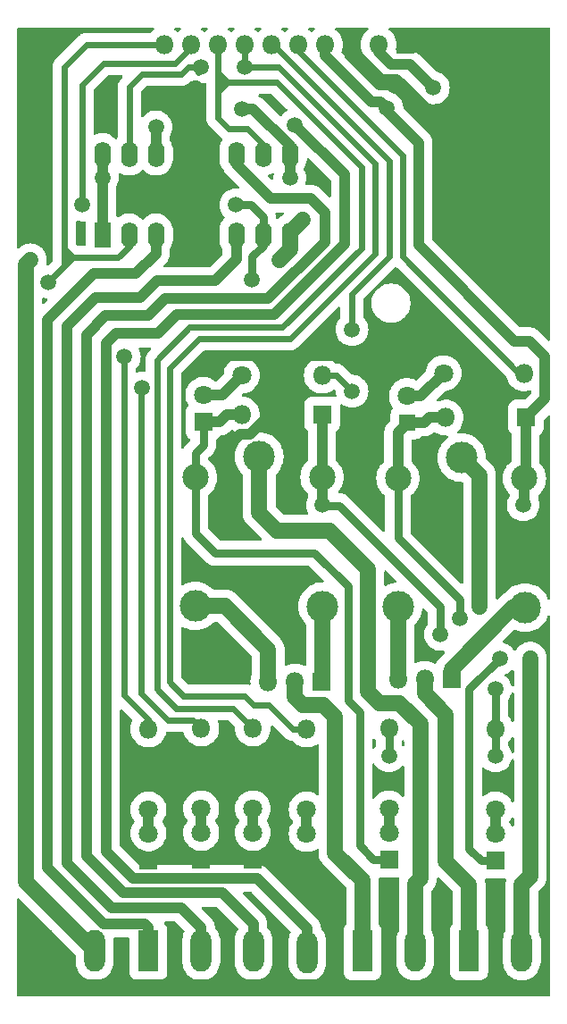
<source format=gbr>
%TF.GenerationSoftware,KiCad,Pcbnew,8.0.6*%
%TF.CreationDate,2025-08-05T17:27:04-05:00*%
%TF.ProjectId,PPDuino Nano Salidas,50504475-696e-46f2-904e-616e6f205361,rev?*%
%TF.SameCoordinates,Original*%
%TF.FileFunction,Copper,L2,Bot*%
%TF.FilePolarity,Positive*%
%FSLAX46Y46*%
G04 Gerber Fmt 4.6, Leading zero omitted, Abs format (unit mm)*
G04 Created by KiCad (PCBNEW 8.0.6) date 2025-08-05 17:27:04*
%MOMM*%
%LPD*%
G01*
G04 APERTURE LIST*
%TA.AperFunction,ComponentPad*%
%ADD10C,3.000000*%
%TD*%
%TA.AperFunction,ComponentPad*%
%ADD11C,2.500000*%
%TD*%
%TA.AperFunction,ComponentPad*%
%ADD12C,1.800000*%
%TD*%
%TA.AperFunction,ComponentPad*%
%ADD13O,1.800000X1.800000*%
%TD*%
%TA.AperFunction,ComponentPad*%
%ADD14R,1.800000X1.800000*%
%TD*%
%TA.AperFunction,ComponentPad*%
%ADD15R,1.600000X2.400000*%
%TD*%
%TA.AperFunction,ComponentPad*%
%ADD16O,1.600000X2.400000*%
%TD*%
%TA.AperFunction,ComponentPad*%
%ADD17R,1.980000X3.960000*%
%TD*%
%TA.AperFunction,ComponentPad*%
%ADD18O,1.980000X3.960000*%
%TD*%
%TA.AperFunction,ComponentPad*%
%ADD19R,1.500000X1.500000*%
%TD*%
%TA.AperFunction,ViaPad*%
%ADD20C,1.500000*%
%TD*%
%TA.AperFunction,Conductor*%
%ADD21C,1.000000*%
%TD*%
%TA.AperFunction,Conductor*%
%ADD22C,0.800000*%
%TD*%
%TA.AperFunction,Conductor*%
%ADD23C,1.500000*%
%TD*%
%TA.AperFunction,Conductor*%
%ADD24C,0.600000*%
%TD*%
G04 APERTURE END LIST*
D10*
%TO.P,K1,1*%
%TO.N,Net-(J14-Pin_2)*%
X141100000Y-84925000D03*
D11*
%TO.P,K1,2*%
%TO.N,Net-(D5-K)*%
X135050000Y-86875000D03*
D10*
%TO.P,K1,3*%
%TO.N,Net-(J6-Pin_3)*%
X135050000Y-99075000D03*
%TO.P,K1,4*%
%TO.N,Net-(J6-Pin_1)*%
X147100000Y-99125000D03*
D11*
%TO.P,K1,5*%
%TO.N,+5V*%
X147050000Y-86875000D03*
%TD*%
D12*
%TO.P,R14,1*%
%TO.N,Net-(Q1-B)*%
X139430000Y-77225000D03*
D13*
%TO.P,R14,2*%
%TO.N,/RLY0*%
X147050000Y-77225000D03*
%TD*%
D14*
%TO.P,D6,1,K*%
%TO.N,+5V*%
X147050000Y-80925000D03*
D13*
%TO.P,D6,2,A*%
%TO.N,Net-(D5-K)*%
X139430000Y-80925000D03*
%TD*%
D15*
%TO.P,U5,1,EN1\u002C2*%
%TO.N,+5V*%
X126225000Y-63895000D03*
D16*
%TO.P,U5,2,1A*%
%TO.N,/PWM0m*%
X128765000Y-63895000D03*
%TO.P,U5,3,1Y*%
%TO.N,/PWM0*%
X131305000Y-63895000D03*
%TO.P,U5,4,GND*%
%TO.N,GND*%
X133845000Y-63895000D03*
%TO.P,U5,5,GND*%
X136385000Y-63895000D03*
%TO.P,U5,6,2Y*%
%TO.N,/PWM1*%
X138925000Y-63895000D03*
%TO.P,U5,7,2A*%
%TO.N,/PWM1m*%
X141465000Y-63895000D03*
%TO.P,U5,8,VCC2*%
%TO.N,VDD*%
X144005000Y-63895000D03*
%TO.P,U5,9,EN3\u002C4*%
%TO.N,+5V*%
X144005000Y-56275000D03*
%TO.P,U5,10,3A*%
%TO.N,/PWM2m*%
X141465000Y-56275000D03*
%TO.P,U5,11,3Y*%
%TO.N,/PWM2*%
X138925000Y-56275000D03*
%TO.P,U5,12,GND*%
%TO.N,GND*%
X136385000Y-56275000D03*
%TO.P,U5,13,GND*%
X133845000Y-56275000D03*
%TO.P,U5,14,4Y*%
%TO.N,/PWM3*%
X131305000Y-56275000D03*
%TO.P,U5,15,4A*%
%TO.N,/PWM3m*%
X128765000Y-56275000D03*
%TO.P,U5,16,VCC1*%
%TO.N,+5V*%
X126225000Y-56275000D03*
%TD*%
D10*
%TO.P,K2,1*%
%TO.N,Net-(J7-Pin_2)*%
X160300000Y-85025000D03*
D11*
%TO.P,K2,2*%
%TO.N,Net-(D7-K)*%
X154250000Y-86975000D03*
D10*
%TO.P,K2,3*%
%TO.N,Net-(J13-Pin_3)*%
X154250000Y-99175000D03*
%TO.P,K2,4*%
%TO.N,Net-(J13-Pin_1)*%
X166300000Y-99225000D03*
D11*
%TO.P,K2,5*%
%TO.N,+5V*%
X166250000Y-86975000D03*
%TD*%
D14*
%TO.P,J6,1,Pin_1*%
%TO.N,Net-(J6-Pin_1)*%
X147040000Y-106225000D03*
D13*
%TO.P,J6,2,Pin_2*%
%TO.N,Net-(J14-Pin_1)*%
X144500000Y-106225000D03*
%TO.P,J6,3,Pin_3*%
%TO.N,Net-(J6-Pin_3)*%
X141960000Y-106225000D03*
%TD*%
D17*
%TO.P,J8,1,Pin_1*%
%TO.N,/PWM0*%
X130600000Y-131775000D03*
D18*
%TO.P,J8,2,Pin_2*%
%TO.N,/PWM1*%
X135600000Y-131775000D03*
%TO.P,J8,3,Pin_3*%
%TO.N,/PWM2*%
X140560000Y-131775000D03*
%TO.P,J8,4,Pin_4*%
%TO.N,/PWM3*%
X145660000Y-131875000D03*
%TD*%
D12*
%TO.P,R19,1*%
%TO.N,Net-(D11-A)*%
X135600000Y-118275000D03*
D13*
%TO.P,R19,2*%
%TO.N,/PWM1m*%
X135600000Y-110655000D03*
%TD*%
D14*
%TO.P,J13,1,Pin_1*%
%TO.N,Net-(J13-Pin_1)*%
X159325000Y-105975000D03*
D13*
%TO.P,J13,2,Pin_2*%
%TO.N,Net-(J13-Pin_2)*%
X156785000Y-105975000D03*
%TO.P,J13,3,Pin_3*%
%TO.N,Net-(J13-Pin_3)*%
X154245000Y-105975000D03*
%TD*%
D14*
%TO.P,J12,1,Pin_1*%
%TO.N,GND*%
X154960000Y-45875000D03*
D13*
%TO.P,J12,2,Pin_2*%
%TO.N,VDD*%
X152420000Y-45875000D03*
%TO.P,J12,3,Pin_3*%
%TO.N,GND*%
X149880000Y-45875000D03*
%TO.P,J12,4,Pin_4*%
%TO.N,+5V*%
X147340000Y-45875000D03*
%TO.P,J12,5,Pin_5*%
%TO.N,/RLY1*%
X144800000Y-45875000D03*
%TO.P,J12,6,Pin_6*%
%TO.N,/RLY0*%
X142260000Y-45875000D03*
%TO.P,J12,7,Pin_7*%
%TO.N,/PWM3m*%
X139720000Y-45875000D03*
%TO.P,J12,8,Pin_8*%
%TO.N,/PWM2m*%
X137180000Y-45875000D03*
%TO.P,J12,9,Pin_9*%
%TO.N,/PWM1m*%
X134640000Y-45875000D03*
%TO.P,J12,10,Pin_10*%
%TO.N,/PWM0m*%
X132100000Y-45875000D03*
%TD*%
D14*
%TO.P,Q1,1,C*%
%TO.N,Net-(D5-K)*%
X135800000Y-81625000D03*
D12*
%TO.P,Q1,2,B*%
%TO.N,Net-(Q1-B)*%
X135800000Y-79085000D03*
%TO.P,Q1,3,E*%
%TO.N,GND*%
X135800000Y-76545000D03*
%TD*%
D17*
%TO.P,J9,1,Pin_1*%
%TO.N,GND*%
X120500000Y-131775000D03*
D18*
%TO.P,J9,2,Pin_2*%
%TO.N,VDD*%
X125500000Y-131775000D03*
%TD*%
D17*
%TO.P,J14,1,Pin_1*%
%TO.N,Net-(J14-Pin_1)*%
X150900000Y-131775000D03*
D18*
%TO.P,J14,2,Pin_2*%
%TO.N,Net-(J14-Pin_2)*%
X155900000Y-131775000D03*
%TD*%
D12*
%TO.P,R15,1*%
%TO.N,Net-(Q2-B)*%
X158580000Y-77025000D03*
D13*
%TO.P,R15,2*%
%TO.N,/RLY1*%
X166200000Y-77025000D03*
%TD*%
D12*
%TO.P,R17,1*%
%TO.N,Net-(D9-A)*%
X145600000Y-118375000D03*
D13*
%TO.P,R17,2*%
%TO.N,/PWM3m*%
X145600000Y-110755000D03*
%TD*%
D14*
%TO.P,D10,1,K*%
%TO.N,GND*%
X140500000Y-123100000D03*
D12*
%TO.P,D10,2,A*%
%TO.N,Net-(D10-A)*%
X140500000Y-120560000D03*
%TD*%
D14*
%TO.P,D11,1,K*%
%TO.N,GND*%
X135600000Y-123100000D03*
D12*
%TO.P,D11,2,A*%
%TO.N,Net-(D11-A)*%
X135600000Y-120560000D03*
%TD*%
D19*
%TO.P,Q2,1,C*%
%TO.N,Net-(D7-K)*%
X155100000Y-81725000D03*
D12*
%TO.P,Q2,2,B*%
%TO.N,Net-(Q2-B)*%
X155100000Y-79185000D03*
%TO.P,Q2,3,E*%
%TO.N,GND*%
X155100000Y-76645000D03*
%TD*%
D14*
%TO.P,D8,1,K*%
%TO.N,+5V*%
X166410000Y-81225000D03*
D13*
%TO.P,D8,2,A*%
%TO.N,Net-(D7-K)*%
X158790000Y-81225000D03*
%TD*%
D17*
%TO.P,J7,1,Pin_1*%
%TO.N,Net-(J13-Pin_2)*%
X161000000Y-131775000D03*
D18*
%TO.P,J7,2,Pin_2*%
%TO.N,Net-(J7-Pin_2)*%
X166000000Y-131775000D03*
%TD*%
D14*
%TO.P,D9,1,K*%
%TO.N,GND*%
X145600000Y-123200000D03*
D12*
%TO.P,D9,2,A*%
%TO.N,Net-(D9-A)*%
X145600000Y-120660000D03*
%TD*%
D14*
%TO.P,D5,1,K*%
%TO.N,Net-(D5-K)*%
X153400000Y-123100000D03*
D12*
%TO.P,D5,2,A*%
%TO.N,Net-(D5-A)*%
X153400000Y-120560000D03*
%TD*%
%TO.P,R20,1*%
%TO.N,Net-(D12-A)*%
X130600000Y-118375000D03*
D13*
%TO.P,R20,2*%
%TO.N,/PWM0m*%
X130600000Y-110755000D03*
%TD*%
D12*
%TO.P,R13,1*%
%TO.N,Net-(D5-A)*%
X153400000Y-118275000D03*
D13*
%TO.P,R13,2*%
%TO.N,+5V*%
X153400000Y-110655000D03*
%TD*%
D12*
%TO.P,R16,1*%
%TO.N,Net-(D7-A)*%
X163500000Y-118375000D03*
D13*
%TO.P,R16,2*%
%TO.N,+5V*%
X163500000Y-110755000D03*
%TD*%
D12*
%TO.P,R18,1*%
%TO.N,Net-(D10-A)*%
X140500000Y-118275000D03*
D13*
%TO.P,R18,2*%
%TO.N,/PWM2m*%
X140500000Y-110655000D03*
%TD*%
D14*
%TO.P,D12,1,K*%
%TO.N,GND*%
X130600000Y-123150000D03*
D12*
%TO.P,D12,2,A*%
%TO.N,Net-(D12-A)*%
X130600000Y-120610000D03*
%TD*%
D14*
%TO.P,D7,1,K*%
%TO.N,Net-(D7-K)*%
X163500000Y-123200000D03*
D12*
%TO.P,D7,2,A*%
%TO.N,Net-(D7-A)*%
X163500000Y-120660000D03*
%TD*%
D20*
%TO.N,Net-(D7-K)*%
X163900000Y-104075000D03*
X160100000Y-100275000D03*
%TO.N,GND*%
X137900000Y-112075000D03*
X159800000Y-65075000D03*
X135100000Y-50075000D03*
X154600000Y-50075000D03*
X137900000Y-91675000D03*
X159800000Y-74575000D03*
%TO.N,+5V*%
X147100000Y-89525000D03*
X153200000Y-51925000D03*
X158300000Y-101775000D03*
X144005000Y-58496006D03*
X163500000Y-106975000D03*
X139500000Y-51975000D03*
X163500000Y-113275000D03*
X166128957Y-89496043D03*
X153400000Y-113275000D03*
X126225000Y-58475000D03*
%TO.N,Net-(J7-Pin_2)*%
X166800000Y-104025000D03*
X162000000Y-99125000D03*
%TO.N,/PWM3*%
X144500000Y-53475000D03*
X131305000Y-53675000D03*
%TO.N,VDD*%
X119400000Y-66275000D03*
X157600000Y-49975000D03*
X145200000Y-62475000D03*
X143000000Y-66275000D03*
%TO.N,/RLY0*%
X149900000Y-72875000D03*
X149900000Y-78725000D03*
%TO.N,/PWM3m*%
X139700000Y-47975000D03*
X135600000Y-47975000D03*
%TO.N,/PWM1m*%
X138900000Y-61075000D03*
X140400000Y-68125000D03*
X130000000Y-78425000D03*
X124300000Y-61075000D03*
%TO.N,/PWM0m*%
X128300000Y-75475000D03*
X121100000Y-68375000D03*
%TD*%
D21*
%TO.N,Net-(D5-A)*%
X153400000Y-118275000D02*
X153400000Y-120560000D01*
D22*
%TO.N,Net-(D5-K)*%
X135050000Y-84575000D02*
X135800000Y-83825000D01*
X151925000Y-123100000D02*
X150600000Y-121775000D01*
X135800000Y-83825000D02*
X135800000Y-81625000D01*
D21*
X135800000Y-81625000D02*
X137350000Y-81625000D01*
X138050000Y-80925000D02*
X139430000Y-80925000D01*
X137350000Y-81625000D02*
X138050000Y-80925000D01*
D22*
X149500000Y-108075000D02*
X149500000Y-97225000D01*
X150600000Y-121775000D02*
X150600000Y-109175000D01*
X149500000Y-97225000D02*
X146350000Y-94075000D01*
X150600000Y-109175000D02*
X149500000Y-108075000D01*
X146350000Y-94075000D02*
X136950000Y-94075000D01*
X136950000Y-94075000D02*
X135050000Y-92175000D01*
X153400000Y-123100000D02*
X151925000Y-123100000D01*
X135050000Y-92175000D02*
X135050000Y-86875000D01*
X135050000Y-86875000D02*
X135050000Y-84575000D01*
D21*
%TO.N,Net-(D7-A)*%
X163500000Y-118375000D02*
X163500000Y-120660000D01*
%TO.N,Net-(D7-K)*%
X154250000Y-86975000D02*
X154250000Y-82675000D01*
D22*
X161000000Y-106975000D02*
X161000000Y-122075000D01*
X160100000Y-98475000D02*
X154250000Y-92625000D01*
X154250000Y-92625000D02*
X154250000Y-86975000D01*
X161000000Y-122075000D02*
X162125000Y-123200000D01*
X160100000Y-100275000D02*
X160100000Y-98475000D01*
X162125000Y-123200000D02*
X163500000Y-123200000D01*
D21*
X154250000Y-82675000D02*
X155250000Y-81675000D01*
D22*
X163900000Y-104075000D02*
X161000000Y-106975000D01*
D21*
X157250000Y-81175000D02*
X158740000Y-81175000D01*
X155250000Y-81675000D02*
X156750000Y-81675000D01*
X156750000Y-81675000D02*
X157250000Y-81175000D01*
%TO.N,GND*%
X140600000Y-123200000D02*
X140500000Y-123100000D01*
X144600000Y-75375000D02*
X145200000Y-75375000D01*
D23*
X154000000Y-49475000D02*
X152600000Y-49475000D01*
D21*
X143900000Y-123200000D02*
X140600000Y-123200000D01*
D23*
X159800000Y-74575000D02*
X157170000Y-74575000D01*
D21*
X140500000Y-75375000D02*
X141800000Y-75375000D01*
X139300000Y-82775000D02*
X140200000Y-82775000D01*
D23*
X158400000Y-63675000D02*
X159800000Y-65075000D01*
D21*
X137900000Y-84175000D02*
X139300000Y-82775000D01*
X137900000Y-123100000D02*
X137900000Y-112075000D01*
D23*
X136385000Y-56275000D02*
X136385000Y-63895000D01*
X158400000Y-53775000D02*
X158400000Y-56875000D01*
X159400000Y-45875000D02*
X154960000Y-45875000D01*
X158400000Y-56875000D02*
X158400000Y-63675000D01*
X159900000Y-53775000D02*
X161300000Y-52375000D01*
D21*
X141800000Y-75375000D02*
X143200000Y-76775000D01*
X152020000Y-76645000D02*
X155100000Y-76645000D01*
D23*
X136385000Y-63895000D02*
X135100000Y-63895000D01*
D21*
X145600000Y-125375000D02*
X145600000Y-124900000D01*
X140500000Y-123100000D02*
X137900000Y-123100000D01*
X145600000Y-124900000D02*
X143900000Y-123200000D01*
X148300000Y-133875000D02*
X148300000Y-128675000D01*
D23*
X154600000Y-50075000D02*
X154700000Y-50075000D01*
D21*
X130650000Y-123100000D02*
X130600000Y-123150000D01*
X137900000Y-123100000D02*
X135600000Y-123100000D01*
X143200000Y-79775000D02*
X143200000Y-76775000D01*
D23*
X158400000Y-56875000D02*
X158400000Y-55275000D01*
X152600000Y-49475000D02*
X149880000Y-46755000D01*
D21*
X121600000Y-134975000D02*
X147200000Y-134975000D01*
X137900000Y-91675000D02*
X137900000Y-84175000D01*
X145600000Y-123200000D02*
X143900000Y-123200000D01*
X140500000Y-75375000D02*
X143200000Y-75375000D01*
X143200000Y-76775000D02*
X144600000Y-75375000D01*
X143200000Y-75375000D02*
X145200000Y-75375000D01*
D23*
X135100000Y-63895000D02*
X133845000Y-63895000D01*
D21*
X140200000Y-82775000D02*
X143200000Y-79775000D01*
X135800000Y-76545000D02*
X136970000Y-75375000D01*
D23*
X158400000Y-55275000D02*
X159900000Y-53775000D01*
X135100000Y-50075000D02*
X135100000Y-56275000D01*
X135100000Y-56275000D02*
X136385000Y-56275000D01*
D21*
X136970000Y-75375000D02*
X140500000Y-75375000D01*
D23*
X161300000Y-47775000D02*
X159400000Y-45875000D01*
D21*
X147200000Y-134975000D02*
X148300000Y-133875000D01*
D23*
X135100000Y-63895000D02*
X135100000Y-56275000D01*
X157170000Y-74575000D02*
X155100000Y-76645000D01*
D21*
X148300000Y-128675000D02*
X145600000Y-125975000D01*
D23*
X161300000Y-52375000D02*
X161300000Y-47775000D01*
D21*
X120500000Y-131775000D02*
X120500000Y-133875000D01*
D23*
X133845000Y-56275000D02*
X133845000Y-63895000D01*
D21*
X143200000Y-76775000D02*
X143200000Y-75375000D01*
X145600000Y-125375000D02*
X145600000Y-123200000D01*
D23*
X154600000Y-50075000D02*
X154000000Y-49475000D01*
D21*
X120500000Y-133875000D02*
X121600000Y-134975000D01*
X135600000Y-123100000D02*
X130650000Y-123100000D01*
X145600000Y-125975000D02*
X145600000Y-125375000D01*
D23*
X154700000Y-50075000D02*
X158400000Y-53775000D01*
X158400000Y-53775000D02*
X159900000Y-53775000D01*
D21*
X150750000Y-75375000D02*
X152020000Y-76645000D01*
D23*
X149880000Y-46755000D02*
X149880000Y-45875000D01*
X133845000Y-56275000D02*
X135100000Y-56275000D01*
D21*
X145200000Y-75375000D02*
X150750000Y-75375000D01*
%TO.N,Net-(D9-A)*%
X145600000Y-118375000D02*
X145600000Y-120660000D01*
%TO.N,Net-(D10-A)*%
X140500000Y-118275000D02*
X140500000Y-120560000D01*
%TO.N,Net-(D11-A)*%
X135600000Y-118275000D02*
X135600000Y-120560000D01*
%TO.N,+5V*%
X147050000Y-86925000D02*
X147050000Y-80925000D01*
X139500000Y-51975000D02*
X140500000Y-51975000D01*
X152550000Y-51275000D02*
X151700000Y-51275000D01*
X168200000Y-75475000D02*
X168200000Y-79435000D01*
D22*
X148700000Y-89575000D02*
X147150000Y-89575000D01*
D21*
X166700000Y-73975000D02*
X168200000Y-75475000D01*
D22*
X158300000Y-99175000D02*
X148700000Y-89575000D01*
X147150000Y-89575000D02*
X147100000Y-89525000D01*
D21*
X166250000Y-89375000D02*
X166250000Y-86975000D01*
X147050000Y-86875000D02*
X147050000Y-89475000D01*
X140500000Y-51975000D02*
X144005000Y-55480000D01*
X151700000Y-51275000D02*
X147340000Y-46915000D01*
X156200000Y-64875000D02*
X165300000Y-73975000D01*
X168200000Y-79435000D02*
X166410000Y-81225000D01*
X165300000Y-73975000D02*
X166700000Y-73975000D01*
X144005000Y-58496006D02*
X144005000Y-56275000D01*
X126225000Y-58475000D02*
X126225000Y-63895000D01*
D22*
X163500000Y-110755000D02*
X163500000Y-113275000D01*
D21*
X153200000Y-51925000D02*
X152550000Y-51275000D01*
X156200000Y-55175000D02*
X156200000Y-64875000D01*
X153200000Y-51925000D02*
X153200000Y-52175000D01*
D22*
X158300000Y-101775000D02*
X158300000Y-99175000D01*
D21*
X126225000Y-58475000D02*
X126225000Y-56275000D01*
X153200000Y-52175000D02*
X156200000Y-55175000D01*
X147050000Y-89475000D02*
X147100000Y-89525000D01*
D22*
X153400000Y-110655000D02*
X153400000Y-113275000D01*
D21*
X166360000Y-86865000D02*
X166250000Y-86975000D01*
X166128957Y-89496043D02*
X166250000Y-89375000D01*
X144005000Y-55480000D02*
X144005000Y-56275000D01*
D22*
X163500000Y-110755000D02*
X163500000Y-106975000D01*
D21*
X147340000Y-46915000D02*
X147340000Y-45875000D01*
X166360000Y-81175000D02*
X166360000Y-86865000D01*
%TO.N,Net-(D12-A)*%
X130600000Y-118375000D02*
X130600000Y-120610000D01*
D23*
%TO.N,Net-(J6-Pin_3)*%
X137850000Y-99075000D02*
X141960000Y-103185000D01*
X141960000Y-103185000D02*
X141960000Y-106225000D01*
X135050000Y-99075000D02*
X137850000Y-99075000D01*
%TO.N,Net-(J6-Pin_1)*%
X147100000Y-99125000D02*
X147100000Y-106165000D01*
X147100000Y-106165000D02*
X147040000Y-106225000D01*
%TO.N,Net-(J14-Pin_1)*%
X148300000Y-122475000D02*
X150900000Y-125075000D01*
X148300000Y-109575000D02*
X148300000Y-122475000D01*
X144500000Y-107725000D02*
X145250000Y-108475000D01*
X147200000Y-108475000D02*
X148300000Y-109575000D01*
X144500000Y-106225000D02*
X144500000Y-107725000D01*
X145250000Y-108475000D02*
X147200000Y-108475000D01*
X150900000Y-125075000D02*
X150900000Y-131775000D01*
%TO.N,Net-(J13-Pin_2)*%
X156785000Y-107360000D02*
X156785000Y-105975000D01*
X161000000Y-125475000D02*
X158800000Y-123275000D01*
X158800000Y-123275000D02*
X158800000Y-109375000D01*
X158800000Y-109375000D02*
X156785000Y-107360000D01*
X161000000Y-131775000D02*
X161000000Y-125475000D01*
%TO.N,Net-(J7-Pin_2)*%
X166800000Y-124675000D02*
X166000000Y-125475000D01*
X166000000Y-125475000D02*
X166000000Y-131775000D01*
X162000000Y-86725000D02*
X160300000Y-85025000D01*
X166800000Y-104025000D02*
X166800000Y-124675000D01*
X162000000Y-99125000D02*
X162000000Y-86725000D01*
D21*
%TO.N,/PWM3*%
X129125000Y-124875000D02*
X126600000Y-122350000D01*
X145660000Y-129635000D02*
X140900000Y-124875000D01*
X133300000Y-71475000D02*
X142500000Y-71475000D01*
X126600000Y-74175000D02*
X127500000Y-73275000D01*
X149200000Y-58175000D02*
X144500000Y-53475000D01*
X142500000Y-71475000D02*
X149200000Y-64775000D01*
X131500000Y-73275000D02*
X133300000Y-71475000D01*
X140900000Y-124875000D02*
X129125000Y-124875000D01*
X126600000Y-122350000D02*
X126600000Y-74175000D01*
X149200000Y-64775000D02*
X149200000Y-58175000D01*
X145660000Y-131875000D02*
X145660000Y-129635000D01*
X131305000Y-53675000D02*
X131305000Y-56275000D01*
X127500000Y-73275000D02*
X131500000Y-73275000D01*
%TO.N,/PWM1*%
X122900000Y-72575000D02*
X125600000Y-69875000D01*
X125600000Y-69875000D02*
X129800000Y-69875000D01*
X138925000Y-66250000D02*
X138925000Y-63895000D01*
X131400000Y-68275000D02*
X136900000Y-68275000D01*
X135600000Y-131775000D02*
X135600000Y-129575000D01*
X133700000Y-127675000D02*
X127100000Y-127675000D01*
X135600000Y-129575000D02*
X133700000Y-127675000D01*
X127100000Y-127675000D02*
X122900000Y-123475000D01*
X136900000Y-68275000D02*
X138925000Y-66250000D01*
X122900000Y-123475000D02*
X122900000Y-72575000D01*
X129800000Y-69875000D02*
X131400000Y-68275000D01*
%TO.N,/PWM2*%
X137600000Y-126275000D02*
X128200000Y-126275000D01*
X140560000Y-131775000D02*
X140560000Y-129235000D01*
X147300000Y-61775000D02*
X146000000Y-60475000D01*
X142200000Y-60475000D02*
X138925000Y-57200000D01*
X124700000Y-73375000D02*
X126500000Y-71575000D01*
X147300000Y-64575000D02*
X147300000Y-61775000D01*
X140560000Y-129235000D02*
X137600000Y-126275000D01*
X138925000Y-57200000D02*
X138925000Y-56275000D01*
X141900000Y-69975000D02*
X147300000Y-64575000D01*
X130600000Y-71575000D02*
X132200000Y-69975000D01*
X146000000Y-60475000D02*
X142200000Y-60475000D01*
X132200000Y-69975000D02*
X141900000Y-69975000D01*
X126500000Y-71575000D02*
X130600000Y-71575000D01*
X128200000Y-126275000D02*
X124700000Y-122775000D01*
X124700000Y-122775000D02*
X124700000Y-73375000D01*
%TO.N,/PWM0*%
X131305000Y-65670000D02*
X131305000Y-63895000D01*
X129400000Y-67575000D02*
X131305000Y-65670000D01*
X130600000Y-131775000D02*
X130600000Y-129575000D01*
X121000000Y-71975000D02*
X125400000Y-67575000D01*
X121000000Y-123875000D02*
X121000000Y-71975000D01*
X130600000Y-129575000D02*
X130200000Y-129175000D01*
X126300000Y-129175000D02*
X121000000Y-123875000D01*
X130200000Y-129175000D02*
X126300000Y-129175000D01*
X125400000Y-67575000D02*
X129400000Y-67575000D01*
D23*
%TO.N,VDD*%
X143000000Y-66275000D02*
X144005000Y-65270000D01*
X118950000Y-125225000D02*
X125500000Y-131775000D01*
D21*
X157600000Y-49975000D02*
X155400000Y-47775000D01*
X155400000Y-47775000D02*
X153600000Y-47775000D01*
D23*
X145200000Y-62475000D02*
X144005000Y-63670000D01*
X119400000Y-66275000D02*
X118950000Y-66725000D01*
D21*
X153600000Y-47775000D02*
X152420000Y-46595000D01*
D23*
X144005000Y-63670000D02*
X144005000Y-63895000D01*
X144005000Y-65270000D02*
X144005000Y-63895000D01*
X118950000Y-66725000D02*
X118950000Y-125225000D01*
D21*
X152420000Y-46595000D02*
X152420000Y-45875000D01*
D23*
%TO.N,Net-(J13-Pin_3)*%
X154245000Y-99180000D02*
X154250000Y-99175000D01*
X154520000Y-99445000D02*
X154250000Y-99175000D01*
X154245000Y-105975000D02*
X154245000Y-99180000D01*
%TO.N,Net-(J13-Pin_1)*%
X165150000Y-99225000D02*
X166300000Y-99225000D01*
X159325000Y-105050000D02*
X165150000Y-99225000D01*
X159325000Y-105975000D02*
X159325000Y-105050000D01*
%TO.N,Net-(J14-Pin_2)*%
X141100000Y-84925000D02*
X141100000Y-90275000D01*
X151400000Y-95625000D02*
X151400000Y-107175000D01*
X155900000Y-125375000D02*
X155900000Y-131775000D01*
X151400000Y-107175000D02*
X152500000Y-108275000D01*
X152500000Y-108275000D02*
X154400000Y-108275000D01*
X147750000Y-91975000D02*
X151400000Y-95625000D01*
X142800000Y-91975000D02*
X147750000Y-91975000D01*
X154400000Y-108275000D02*
X156400000Y-110275000D01*
X156400000Y-110275000D02*
X156400000Y-124875000D01*
X156400000Y-124875000D02*
X155900000Y-125375000D01*
X141100000Y-90275000D02*
X142800000Y-91975000D01*
D21*
%TO.N,Net-(Q1-B)*%
X135800000Y-79085000D02*
X137570000Y-79085000D01*
X137570000Y-79085000D02*
X139430000Y-77225000D01*
%TO.N,Net-(Q2-B)*%
X156420000Y-79185000D02*
X158580000Y-77025000D01*
X155100000Y-79185000D02*
X156420000Y-79185000D01*
D24*
%TO.N,/RLY0*%
X153400000Y-56875000D02*
X142400000Y-45875000D01*
X149900000Y-78725000D02*
X148400000Y-77225000D01*
X148400000Y-77225000D02*
X147050000Y-77225000D01*
X149900000Y-69475000D02*
X153400000Y-65975000D01*
X149900000Y-72875000D02*
X149900000Y-69475000D01*
X142400000Y-45875000D02*
X142260000Y-45875000D01*
X153400000Y-65975000D02*
X153400000Y-56875000D01*
%TO.N,/RLY1*%
X154700000Y-56375000D02*
X154700000Y-65975000D01*
X165750000Y-77025000D02*
X166200000Y-77025000D01*
X144800000Y-46475000D02*
X154700000Y-56375000D01*
X154700000Y-65975000D02*
X165750000Y-77025000D01*
X144800000Y-45875000D02*
X144800000Y-46475000D01*
%TO.N,/PWM3m*%
X142900000Y-47975000D02*
X139700000Y-47975000D01*
X130000000Y-48675000D02*
X128765000Y-49910000D01*
X135600000Y-47975000D02*
X135600000Y-48175000D01*
X132600000Y-106275000D02*
X132600000Y-76575000D01*
X152100000Y-57175000D02*
X142900000Y-47975000D01*
X139720000Y-47955000D02*
X139700000Y-47975000D01*
X152100000Y-65675000D02*
X152100000Y-57175000D01*
X134400000Y-47975000D02*
X133700000Y-48675000D01*
X144000000Y-73775000D02*
X152100000Y-65675000D01*
X132600000Y-76575000D02*
X135400000Y-73775000D01*
X139700000Y-107575000D02*
X133900000Y-107575000D01*
X140600000Y-108475000D02*
X139700000Y-107575000D01*
X135600000Y-48175000D02*
X135300000Y-48475000D01*
X135400000Y-73775000D02*
X144000000Y-73775000D01*
X145600000Y-110755000D02*
X144280000Y-110755000D01*
X135600000Y-47975000D02*
X134400000Y-47975000D01*
X144280000Y-110755000D02*
X142000000Y-108475000D01*
X128765000Y-49910000D02*
X128765000Y-56275000D01*
X133900000Y-107575000D02*
X132600000Y-106275000D01*
X142000000Y-108475000D02*
X140600000Y-108475000D01*
X133700000Y-48675000D02*
X130000000Y-48675000D01*
X139720000Y-45875000D02*
X139720000Y-47955000D01*
%TO.N,/PWM2m*%
X137180000Y-49475000D02*
X137180000Y-51175000D01*
X138200000Y-53875000D02*
X140000000Y-53875000D01*
X137180000Y-48555000D02*
X137180000Y-48275000D01*
X150800000Y-65175000D02*
X143300000Y-72675000D01*
X140000000Y-53875000D02*
X141465000Y-55340000D01*
X142800000Y-49475000D02*
X150800000Y-57475000D01*
X138100000Y-49475000D02*
X137180000Y-49475000D01*
X137180000Y-50395000D02*
X138100000Y-49475000D01*
X133200000Y-108775000D02*
X138620000Y-108775000D01*
X138100000Y-49475000D02*
X142800000Y-49475000D01*
X138620000Y-108775000D02*
X140500000Y-110655000D01*
X137180000Y-48275000D02*
X137180000Y-49475000D01*
X150800000Y-57475000D02*
X150800000Y-65175000D01*
X137180000Y-51175000D02*
X137180000Y-50395000D01*
X137180000Y-51175000D02*
X137180000Y-52855000D01*
X134500000Y-72675000D02*
X131400000Y-75775000D01*
X138100000Y-49475000D02*
X137180000Y-48555000D01*
X131400000Y-106975000D02*
X133200000Y-108775000D01*
X137180000Y-45875000D02*
X137180000Y-48275000D01*
X131400000Y-75775000D02*
X131400000Y-106975000D01*
X143300000Y-72675000D02*
X134500000Y-72675000D01*
X141465000Y-55340000D02*
X141465000Y-56275000D01*
X137180000Y-52855000D02*
X138200000Y-53875000D01*
%TO.N,/PWM1m*%
X124300000Y-49675000D02*
X126300000Y-47675000D01*
X129900000Y-78525000D02*
X129900000Y-107375000D01*
X129900000Y-107375000D02*
X132400000Y-109875000D01*
X134640000Y-46135000D02*
X134640000Y-45875000D01*
X130000000Y-78425000D02*
X129900000Y-78525000D01*
X134820000Y-109875000D02*
X135600000Y-110655000D01*
X133100000Y-47675000D02*
X134640000Y-46135000D01*
D22*
X141465000Y-62240000D02*
X141465000Y-63895000D01*
D24*
X132400000Y-109875000D02*
X134820000Y-109875000D01*
X124300000Y-61075000D02*
X124300000Y-49675000D01*
D22*
X140400000Y-65975000D02*
X141465000Y-64910000D01*
X141465000Y-64910000D02*
X141465000Y-63895000D01*
D24*
X126300000Y-47675000D02*
X133100000Y-47675000D01*
D22*
X140300000Y-61075000D02*
X141465000Y-62240000D01*
X138900000Y-61075000D02*
X140300000Y-61075000D01*
X140400000Y-68125000D02*
X140400000Y-65975000D01*
D24*
%TO.N,/PWM0m*%
X122600000Y-47975000D02*
X122600000Y-64675000D01*
X122600000Y-65175000D02*
X123500000Y-66075000D01*
X127700000Y-66075000D02*
X123500000Y-66075000D01*
X123500000Y-66075000D02*
X123400000Y-66075000D01*
X123500000Y-66075000D02*
X122600000Y-66075000D01*
X128300000Y-107525000D02*
X128300000Y-75475000D01*
X124700000Y-45875000D02*
X122600000Y-47975000D01*
X121700000Y-67775000D02*
X121100000Y-68375000D01*
X123400000Y-66075000D02*
X122600000Y-66875000D01*
X128765000Y-65010000D02*
X127700000Y-66075000D01*
X130600000Y-110755000D02*
X130600000Y-109825000D01*
X122600000Y-64675000D02*
X122600000Y-66075000D01*
X128765000Y-63895000D02*
X128765000Y-65010000D01*
X130600000Y-109825000D02*
X128300000Y-107525000D01*
X122600000Y-64675000D02*
X122600000Y-65175000D01*
X122600000Y-66075000D02*
X122600000Y-66875000D01*
X122600000Y-66875000D02*
X121700000Y-67775000D01*
X132100000Y-45875000D02*
X124700000Y-45875000D01*
%TD*%
%TA.AperFunction,Conductor*%
%TO.N,GND*%
G36*
X168631663Y-99953672D02*
G01*
X168682516Y-100001586D01*
X168699500Y-100064224D01*
X168699500Y-135950500D01*
X168679815Y-136017539D01*
X168627011Y-136063294D01*
X168575500Y-136074500D01*
X118224500Y-136074500D01*
X118157461Y-136054815D01*
X118111706Y-136002011D01*
X118100500Y-135950500D01*
X118100500Y-126867600D01*
X118120185Y-126800561D01*
X118172989Y-126754806D01*
X118242147Y-126744862D01*
X118305703Y-126773887D01*
X118312181Y-126779919D01*
X123673181Y-132140919D01*
X123706666Y-132202242D01*
X123709500Y-132228600D01*
X123709500Y-132882349D01*
X123709501Y-132882365D01*
X123740134Y-133115048D01*
X123740135Y-133115053D01*
X123740136Y-133115059D01*
X123800883Y-133341772D01*
X123800886Y-133341779D01*
X123890700Y-133558610D01*
X123890705Y-133558620D01*
X124008058Y-133761882D01*
X124150940Y-133948090D01*
X124150946Y-133948097D01*
X124316902Y-134114053D01*
X124316909Y-134114059D01*
X124503117Y-134256941D01*
X124706379Y-134374294D01*
X124706389Y-134374299D01*
X124799316Y-134412790D01*
X124923228Y-134464117D01*
X125149941Y-134524864D01*
X125382644Y-134555500D01*
X125382651Y-134555500D01*
X125617349Y-134555500D01*
X125617356Y-134555500D01*
X125850059Y-134524864D01*
X126076772Y-134464117D01*
X126293617Y-134374296D01*
X126496883Y-134256941D01*
X126683092Y-134114058D01*
X126849058Y-133948092D01*
X126991941Y-133761883D01*
X127109296Y-133558617D01*
X127199117Y-133341772D01*
X127259864Y-133115059D01*
X127290500Y-132882356D01*
X127290500Y-130667644D01*
X127283660Y-130615685D01*
X127294426Y-130546649D01*
X127340806Y-130494394D01*
X127406599Y-130475500D01*
X128685500Y-130475500D01*
X128752539Y-130495185D01*
X128798294Y-130547989D01*
X128809500Y-130599500D01*
X128809500Y-133799960D01*
X128824630Y-133934249D01*
X128824631Y-133934254D01*
X128884211Y-134104523D01*
X128953034Y-134214053D01*
X128980184Y-134257262D01*
X129107738Y-134384816D01*
X129198080Y-134441582D01*
X129233944Y-134464117D01*
X129260478Y-134480789D01*
X129386437Y-134524864D01*
X129430745Y-134540368D01*
X129430750Y-134540369D01*
X129521246Y-134550565D01*
X129565040Y-134555499D01*
X129565043Y-134555500D01*
X129565046Y-134555500D01*
X131634957Y-134555500D01*
X131634958Y-134555499D01*
X131702104Y-134547934D01*
X131769249Y-134540369D01*
X131769252Y-134540368D01*
X131769255Y-134540368D01*
X131939522Y-134480789D01*
X132092262Y-134384816D01*
X132219816Y-134257262D01*
X132315789Y-134104522D01*
X132375368Y-133934255D01*
X132390500Y-133799954D01*
X132390500Y-129750046D01*
X132383697Y-129689668D01*
X132375369Y-129615750D01*
X132375368Y-129615745D01*
X132315788Y-129445476D01*
X132243521Y-129330465D01*
X132219816Y-129292738D01*
X132114259Y-129187181D01*
X132080774Y-129125858D01*
X132085758Y-129056166D01*
X132127630Y-129000233D01*
X132193094Y-128975816D01*
X132201940Y-128975500D01*
X133109953Y-128975500D01*
X133176992Y-128995185D01*
X133197634Y-129011819D01*
X133991685Y-129805869D01*
X134025170Y-129867192D01*
X134020186Y-129936883D01*
X134011393Y-129955548D01*
X133990701Y-129991388D01*
X133990700Y-129991389D01*
X133900886Y-130208220D01*
X133900881Y-130208234D01*
X133840137Y-130434938D01*
X133840134Y-130434951D01*
X133809501Y-130667634D01*
X133809500Y-130667650D01*
X133809500Y-132882349D01*
X133809501Y-132882365D01*
X133840134Y-133115048D01*
X133840135Y-133115053D01*
X133840136Y-133115059D01*
X133900883Y-133341772D01*
X133900886Y-133341779D01*
X133990700Y-133558610D01*
X133990705Y-133558620D01*
X134108058Y-133761882D01*
X134250940Y-133948090D01*
X134250946Y-133948097D01*
X134416902Y-134114053D01*
X134416909Y-134114059D01*
X134603117Y-134256941D01*
X134806379Y-134374294D01*
X134806389Y-134374299D01*
X134899316Y-134412790D01*
X135023228Y-134464117D01*
X135249941Y-134524864D01*
X135482644Y-134555500D01*
X135482651Y-134555500D01*
X135717349Y-134555500D01*
X135717356Y-134555500D01*
X135950059Y-134524864D01*
X136176772Y-134464117D01*
X136393617Y-134374296D01*
X136596883Y-134256941D01*
X136783092Y-134114058D01*
X136949058Y-133948092D01*
X137091941Y-133761883D01*
X137209296Y-133558617D01*
X137299117Y-133341772D01*
X137359864Y-133115059D01*
X137390500Y-132882356D01*
X137390500Y-130667644D01*
X137359864Y-130434941D01*
X137299117Y-130208228D01*
X137225371Y-130030190D01*
X137209299Y-129991389D01*
X137209294Y-129991379D01*
X137091941Y-129788117D01*
X136949059Y-129601909D01*
X136949053Y-129601902D01*
X136936819Y-129589668D01*
X136903334Y-129528345D01*
X136900500Y-129501987D01*
X136900500Y-129472648D01*
X136869059Y-129274139D01*
X136869058Y-129274134D01*
X136868477Y-129270466D01*
X136868477Y-129270465D01*
X136841417Y-129187181D01*
X136805221Y-129075781D01*
X136805219Y-129075777D01*
X136712289Y-128893393D01*
X136706548Y-128885491D01*
X136706546Y-128885489D01*
X136591971Y-128727787D01*
X136591968Y-128727784D01*
X136591966Y-128727781D01*
X136447219Y-128583034D01*
X136447218Y-128583033D01*
X136444107Y-128579922D01*
X136444092Y-128579908D01*
X135651366Y-127787181D01*
X135617881Y-127725858D01*
X135622865Y-127656166D01*
X135664737Y-127600233D01*
X135730201Y-127575816D01*
X135739047Y-127575500D01*
X137009953Y-127575500D01*
X137076992Y-127595185D01*
X137097634Y-127611819D01*
X139080549Y-129594734D01*
X139114034Y-129656057D01*
X139109050Y-129725749D01*
X139091245Y-129757899D01*
X139068063Y-129788110D01*
X139068053Y-129788126D01*
X138950705Y-129991379D01*
X138950700Y-129991389D01*
X138860886Y-130208220D01*
X138860881Y-130208234D01*
X138800137Y-130434938D01*
X138800134Y-130434951D01*
X138769501Y-130667634D01*
X138769500Y-130667650D01*
X138769500Y-132882349D01*
X138769501Y-132882365D01*
X138800134Y-133115048D01*
X138800135Y-133115053D01*
X138800136Y-133115059D01*
X138860883Y-133341772D01*
X138860886Y-133341779D01*
X138950700Y-133558610D01*
X138950705Y-133558620D01*
X139068058Y-133761882D01*
X139210940Y-133948090D01*
X139210946Y-133948097D01*
X139376902Y-134114053D01*
X139376909Y-134114059D01*
X139563117Y-134256941D01*
X139766379Y-134374294D01*
X139766389Y-134374299D01*
X139859316Y-134412790D01*
X139983228Y-134464117D01*
X140209941Y-134524864D01*
X140442644Y-134555500D01*
X140442651Y-134555500D01*
X140677349Y-134555500D01*
X140677356Y-134555500D01*
X140910059Y-134524864D01*
X141136772Y-134464117D01*
X141353617Y-134374296D01*
X141556883Y-134256941D01*
X141743092Y-134114058D01*
X141909058Y-133948092D01*
X142051941Y-133761883D01*
X142169296Y-133558617D01*
X142259117Y-133341772D01*
X142319864Y-133115059D01*
X142350500Y-132882356D01*
X142350500Y-130667644D01*
X142319864Y-130434941D01*
X142259117Y-130208228D01*
X142185371Y-130030190D01*
X142169299Y-129991389D01*
X142169294Y-129991379D01*
X142051941Y-129788117D01*
X141909059Y-129601909D01*
X141909053Y-129601902D01*
X141896819Y-129589668D01*
X141863334Y-129528345D01*
X141860500Y-129501987D01*
X141860500Y-129132649D01*
X141859424Y-129125858D01*
X141850452Y-129069211D01*
X141828477Y-128930465D01*
X141766727Y-128740420D01*
X141765665Y-128736654D01*
X141717963Y-128643034D01*
X141717962Y-128643033D01*
X141716370Y-128639908D01*
X141672287Y-128553389D01*
X141551966Y-128387781D01*
X139551366Y-126387181D01*
X139517881Y-126325858D01*
X139522865Y-126256166D01*
X139564737Y-126200233D01*
X139630201Y-126175816D01*
X139639047Y-126175500D01*
X140309953Y-126175500D01*
X140376992Y-126195185D01*
X140397634Y-126211819D01*
X144066326Y-129880510D01*
X144099811Y-129941833D01*
X144094827Y-130011525D01*
X144086033Y-130030190D01*
X144050703Y-130091384D01*
X144050700Y-130091389D01*
X143960886Y-130308220D01*
X143960883Y-130308228D01*
X143910789Y-130495185D01*
X143900137Y-130534938D01*
X143900134Y-130534951D01*
X143869501Y-130767634D01*
X143869500Y-130767650D01*
X143869500Y-132982349D01*
X143869501Y-132982365D01*
X143900134Y-133215048D01*
X143900135Y-133215053D01*
X143900136Y-133215059D01*
X143960883Y-133441772D01*
X143960886Y-133441779D01*
X144050700Y-133658610D01*
X144050705Y-133658620D01*
X144168058Y-133861882D01*
X144310940Y-134048090D01*
X144310946Y-134048097D01*
X144476902Y-134214053D01*
X144476909Y-134214059D01*
X144663117Y-134356941D01*
X144866379Y-134474294D01*
X144866389Y-134474299D01*
X144959316Y-134512790D01*
X145083228Y-134564117D01*
X145309941Y-134624864D01*
X145542644Y-134655500D01*
X145542651Y-134655500D01*
X145777349Y-134655500D01*
X145777356Y-134655500D01*
X146010059Y-134624864D01*
X146236772Y-134564117D01*
X146453617Y-134474296D01*
X146656883Y-134356941D01*
X146843092Y-134214058D01*
X147009058Y-134048092D01*
X147151941Y-133861883D01*
X147269296Y-133658617D01*
X147359117Y-133441772D01*
X147419864Y-133215059D01*
X147450500Y-132982356D01*
X147450500Y-130767644D01*
X147419864Y-130534941D01*
X147359117Y-130308228D01*
X147307790Y-130184316D01*
X147269299Y-130091389D01*
X147269294Y-130091379D01*
X147151941Y-129888117D01*
X147009059Y-129701909D01*
X147009053Y-129701902D01*
X146996819Y-129689668D01*
X146963334Y-129628345D01*
X146960500Y-129601987D01*
X146960500Y-129532648D01*
X146946693Y-129445476D01*
X146928477Y-129330466D01*
X146916323Y-129293059D01*
X146916219Y-129292738D01*
X146865223Y-129135786D01*
X146831301Y-129069211D01*
X146772287Y-128953390D01*
X146719126Y-128880220D01*
X146719125Y-128880218D01*
X146719124Y-128880216D01*
X146651969Y-128787785D01*
X146651968Y-128787784D01*
X146651966Y-128787781D01*
X146507219Y-128643034D01*
X146507218Y-128643033D01*
X146504107Y-128639922D01*
X146504092Y-128639908D01*
X141747221Y-123883036D01*
X141747220Y-123883035D01*
X141747219Y-123883034D01*
X141664415Y-123822873D01*
X141581609Y-123762711D01*
X141443505Y-123692345D01*
X141399221Y-123669781D01*
X141399220Y-123669780D01*
X141399219Y-123669780D01*
X141301644Y-123638076D01*
X141301643Y-123638075D01*
X141204532Y-123606522D01*
X141049220Y-123581923D01*
X141002352Y-123574500D01*
X141002351Y-123574500D01*
X129715047Y-123574500D01*
X129648008Y-123554815D01*
X129627366Y-123538181D01*
X127936819Y-121847634D01*
X127903334Y-121786311D01*
X127900500Y-121759953D01*
X127900500Y-118374995D01*
X128894732Y-118374995D01*
X128894732Y-118375004D01*
X128913777Y-118629154D01*
X128965118Y-118854095D01*
X128970492Y-118877637D01*
X129063607Y-119114888D01*
X129191041Y-119335612D01*
X129219752Y-119371614D01*
X129254500Y-119415186D01*
X129280908Y-119479872D01*
X129268153Y-119548568D01*
X129254501Y-119569811D01*
X129191040Y-119649388D01*
X129063608Y-119870109D01*
X128970492Y-120107362D01*
X128970490Y-120107369D01*
X128913777Y-120355845D01*
X128894732Y-120609995D01*
X128894732Y-120610004D01*
X128913777Y-120864154D01*
X128959079Y-121062637D01*
X128970492Y-121112637D01*
X129063607Y-121349888D01*
X129191041Y-121570612D01*
X129349950Y-121769877D01*
X129536783Y-121943232D01*
X129747366Y-122086805D01*
X129747371Y-122086807D01*
X129747372Y-122086808D01*
X129747373Y-122086809D01*
X129804800Y-122114464D01*
X129976992Y-122197387D01*
X129976993Y-122197387D01*
X129976996Y-122197389D01*
X130220542Y-122272513D01*
X130472565Y-122310500D01*
X130727435Y-122310500D01*
X130979458Y-122272513D01*
X131223004Y-122197389D01*
X131452634Y-122086805D01*
X131663217Y-121943232D01*
X131850050Y-121769877D01*
X132008959Y-121570612D01*
X132136393Y-121349888D01*
X132229508Y-121112637D01*
X132286222Y-120864157D01*
X132301521Y-120660000D01*
X132305268Y-120610004D01*
X132305268Y-120609995D01*
X132286222Y-120355845D01*
X132274809Y-120305843D01*
X132229508Y-120107363D01*
X132136393Y-119870112D01*
X132008959Y-119649388D01*
X131945498Y-119569811D01*
X131919090Y-119505125D01*
X131931847Y-119436430D01*
X131945495Y-119415191D01*
X132008959Y-119335612D01*
X132136393Y-119114888D01*
X132229508Y-118877637D01*
X132286222Y-118629157D01*
X132305268Y-118375000D01*
X132297774Y-118274995D01*
X133894732Y-118274995D01*
X133894732Y-118275004D01*
X133913777Y-118529154D01*
X133936601Y-118629154D01*
X133970492Y-118777637D01*
X134063607Y-119014888D01*
X134191041Y-119235612D01*
X134272447Y-119337691D01*
X134298855Y-119402376D01*
X134299500Y-119415003D01*
X134299500Y-119419995D01*
X134279815Y-119487034D01*
X134272447Y-119497308D01*
X134191041Y-119599388D01*
X134063608Y-119820109D01*
X133970492Y-120057362D01*
X133970490Y-120057369D01*
X133913777Y-120305845D01*
X133894732Y-120559995D01*
X133894732Y-120560004D01*
X133913777Y-120814154D01*
X133936601Y-120914154D01*
X133970492Y-121062637D01*
X134063607Y-121299888D01*
X134191041Y-121520612D01*
X134349950Y-121719877D01*
X134536783Y-121893232D01*
X134747366Y-122036805D01*
X134747371Y-122036807D01*
X134747372Y-122036808D01*
X134747373Y-122036809D01*
X134851192Y-122086805D01*
X134976992Y-122147387D01*
X134976993Y-122147387D01*
X134976996Y-122147389D01*
X135220542Y-122222513D01*
X135472565Y-122260500D01*
X135727435Y-122260500D01*
X135979458Y-122222513D01*
X136223004Y-122147389D01*
X136452634Y-122036805D01*
X136663217Y-121893232D01*
X136850050Y-121719877D01*
X137008959Y-121520612D01*
X137136393Y-121299888D01*
X137229508Y-121062637D01*
X137286222Y-120814157D01*
X137301521Y-120610000D01*
X137305268Y-120560004D01*
X137305268Y-120559995D01*
X137286222Y-120305845D01*
X137252333Y-120157369D01*
X137229508Y-120057363D01*
X137136393Y-119820112D01*
X137008959Y-119599388D01*
X136933787Y-119505125D01*
X136927553Y-119497308D01*
X136901144Y-119432621D01*
X136900500Y-119419995D01*
X136900500Y-119415003D01*
X136920185Y-119347964D01*
X136927546Y-119337699D01*
X137008959Y-119235612D01*
X137136393Y-119014888D01*
X137229508Y-118777637D01*
X137286222Y-118529157D01*
X137305268Y-118275000D01*
X137305268Y-118274995D01*
X138794732Y-118274995D01*
X138794732Y-118275004D01*
X138813777Y-118529154D01*
X138836601Y-118629154D01*
X138870492Y-118777637D01*
X138963607Y-119014888D01*
X139091041Y-119235612D01*
X139172447Y-119337691D01*
X139198855Y-119402376D01*
X139199500Y-119415003D01*
X139199500Y-119419995D01*
X139179815Y-119487034D01*
X139172447Y-119497308D01*
X139091041Y-119599388D01*
X138963608Y-119820109D01*
X138870492Y-120057362D01*
X138870490Y-120057369D01*
X138813777Y-120305845D01*
X138794732Y-120559995D01*
X138794732Y-120560004D01*
X138813777Y-120814154D01*
X138836601Y-120914154D01*
X138870492Y-121062637D01*
X138963607Y-121299888D01*
X139091041Y-121520612D01*
X139249950Y-121719877D01*
X139436783Y-121893232D01*
X139647366Y-122036805D01*
X139647371Y-122036807D01*
X139647372Y-122036808D01*
X139647373Y-122036809D01*
X139751192Y-122086805D01*
X139876992Y-122147387D01*
X139876993Y-122147387D01*
X139876996Y-122147389D01*
X140120542Y-122222513D01*
X140372565Y-122260500D01*
X140627435Y-122260500D01*
X140879458Y-122222513D01*
X141123004Y-122147389D01*
X141352634Y-122036805D01*
X141563217Y-121893232D01*
X141750050Y-121719877D01*
X141908959Y-121520612D01*
X142036393Y-121299888D01*
X142129508Y-121062637D01*
X142186222Y-120814157D01*
X142201521Y-120610000D01*
X142205268Y-120560004D01*
X142205268Y-120559995D01*
X142186222Y-120305845D01*
X142152333Y-120157369D01*
X142129508Y-120057363D01*
X142036393Y-119820112D01*
X141908959Y-119599388D01*
X141833787Y-119505125D01*
X141827553Y-119497308D01*
X141801144Y-119432621D01*
X141800500Y-119419995D01*
X141800500Y-119415003D01*
X141820185Y-119347964D01*
X141827546Y-119337699D01*
X141908959Y-119235612D01*
X142036393Y-119014888D01*
X142129508Y-118777637D01*
X142186222Y-118529157D01*
X142205268Y-118275000D01*
X142186222Y-118020843D01*
X142129508Y-117772363D01*
X142036393Y-117535112D01*
X141908959Y-117314388D01*
X141750050Y-117115123D01*
X141563217Y-116941768D01*
X141352634Y-116798195D01*
X141352630Y-116798193D01*
X141352627Y-116798191D01*
X141352626Y-116798190D01*
X141123006Y-116687612D01*
X141123008Y-116687612D01*
X140879466Y-116612489D01*
X140879462Y-116612488D01*
X140879458Y-116612487D01*
X140758231Y-116594214D01*
X140627440Y-116574500D01*
X140627435Y-116574500D01*
X140372565Y-116574500D01*
X140372559Y-116574500D01*
X140215609Y-116598157D01*
X140120542Y-116612487D01*
X140120539Y-116612488D01*
X140120533Y-116612489D01*
X139876992Y-116687612D01*
X139647373Y-116798190D01*
X139647372Y-116798191D01*
X139436782Y-116941768D01*
X139249952Y-117115121D01*
X139249950Y-117115123D01*
X139091041Y-117314388D01*
X138963608Y-117535109D01*
X138870492Y-117772362D01*
X138870490Y-117772369D01*
X138813777Y-118020845D01*
X138794732Y-118274995D01*
X137305268Y-118274995D01*
X137286222Y-118020843D01*
X137229508Y-117772363D01*
X137136393Y-117535112D01*
X137008959Y-117314388D01*
X136850050Y-117115123D01*
X136663217Y-116941768D01*
X136452634Y-116798195D01*
X136452630Y-116798193D01*
X136452627Y-116798191D01*
X136452626Y-116798190D01*
X136223006Y-116687612D01*
X136223008Y-116687612D01*
X135979466Y-116612489D01*
X135979462Y-116612488D01*
X135979458Y-116612487D01*
X135858231Y-116594214D01*
X135727440Y-116574500D01*
X135727435Y-116574500D01*
X135472565Y-116574500D01*
X135472559Y-116574500D01*
X135315609Y-116598157D01*
X135220542Y-116612487D01*
X135220539Y-116612488D01*
X135220533Y-116612489D01*
X134976992Y-116687612D01*
X134747373Y-116798190D01*
X134747372Y-116798191D01*
X134536782Y-116941768D01*
X134349952Y-117115121D01*
X134349950Y-117115123D01*
X134191041Y-117314388D01*
X134063608Y-117535109D01*
X133970492Y-117772362D01*
X133970490Y-117772369D01*
X133913777Y-118020845D01*
X133894732Y-118274995D01*
X132297774Y-118274995D01*
X132286222Y-118120843D01*
X132229508Y-117872363D01*
X132136393Y-117635112D01*
X132008959Y-117414388D01*
X131850050Y-117215123D01*
X131663217Y-117041768D01*
X131452634Y-116898195D01*
X131452630Y-116898193D01*
X131452627Y-116898191D01*
X131452626Y-116898190D01*
X131223006Y-116787612D01*
X131223008Y-116787612D01*
X130979466Y-116712489D01*
X130979462Y-116712488D01*
X130979458Y-116712487D01*
X130858231Y-116694214D01*
X130727440Y-116674500D01*
X130727435Y-116674500D01*
X130472565Y-116674500D01*
X130472559Y-116674500D01*
X130315609Y-116698157D01*
X130220542Y-116712487D01*
X130220539Y-116712488D01*
X130220533Y-116712489D01*
X129976992Y-116787612D01*
X129747373Y-116898190D01*
X129747372Y-116898191D01*
X129536782Y-117041768D01*
X129349952Y-117215121D01*
X129349950Y-117215123D01*
X129191041Y-117414388D01*
X129063608Y-117635109D01*
X128970492Y-117872362D01*
X128970490Y-117872369D01*
X128913777Y-118120845D01*
X128894732Y-118374995D01*
X127900500Y-118374995D01*
X127900500Y-108981204D01*
X127920185Y-108914165D01*
X127972989Y-108868410D01*
X128042147Y-108858466D01*
X128105703Y-108887491D01*
X128112181Y-108893523D01*
X129058610Y-109839952D01*
X129092095Y-109901275D01*
X129087111Y-109970967D01*
X129078319Y-109989628D01*
X129063608Y-110015109D01*
X129063606Y-110015114D01*
X128970492Y-110252362D01*
X128970490Y-110252369D01*
X128913777Y-110500845D01*
X128894732Y-110754995D01*
X128894732Y-110755004D01*
X128913777Y-111009154D01*
X128965118Y-111234095D01*
X128970492Y-111257637D01*
X129063607Y-111494888D01*
X129191041Y-111715612D01*
X129349950Y-111914877D01*
X129536783Y-112088232D01*
X129747366Y-112231805D01*
X129747371Y-112231807D01*
X129747372Y-112231808D01*
X129747373Y-112231809D01*
X129869328Y-112290538D01*
X129976992Y-112342387D01*
X129976993Y-112342387D01*
X129976996Y-112342389D01*
X130220542Y-112417513D01*
X130472565Y-112455500D01*
X130727435Y-112455500D01*
X130979458Y-112417513D01*
X131223004Y-112342389D01*
X131404458Y-112255005D01*
X131452626Y-112231809D01*
X131452626Y-112231808D01*
X131452634Y-112231805D01*
X131663217Y-112088232D01*
X131850050Y-111914877D01*
X132008959Y-111715612D01*
X132136393Y-111494888D01*
X132229508Y-111257637D01*
X132271900Y-111071907D01*
X132306009Y-111010929D01*
X132367670Y-110978071D01*
X132392791Y-110975500D01*
X133830033Y-110975500D01*
X133897072Y-110995185D01*
X133942827Y-111047989D01*
X133950924Y-111071907D01*
X133970492Y-111157637D01*
X134063607Y-111394888D01*
X134191041Y-111615612D01*
X134349950Y-111814877D01*
X134536783Y-111988232D01*
X134747366Y-112131805D01*
X134747371Y-112131807D01*
X134747372Y-112131808D01*
X134747373Y-112131809D01*
X134869328Y-112190538D01*
X134976992Y-112242387D01*
X134976993Y-112242387D01*
X134976996Y-112242389D01*
X135220542Y-112317513D01*
X135472565Y-112355500D01*
X135727435Y-112355500D01*
X135979458Y-112317513D01*
X136223004Y-112242389D01*
X136452634Y-112131805D01*
X136663217Y-111988232D01*
X136850050Y-111814877D01*
X137008959Y-111615612D01*
X137136393Y-111394888D01*
X137229508Y-111157637D01*
X137286222Y-110909157D01*
X137305268Y-110655000D01*
X137286222Y-110400843D01*
X137229508Y-110152363D01*
X137187292Y-110044801D01*
X137181124Y-109975206D01*
X137213561Y-109913322D01*
X137274306Y-109878800D01*
X137302721Y-109875500D01*
X138112796Y-109875500D01*
X138179835Y-109895185D01*
X138200477Y-109911819D01*
X138764891Y-110476233D01*
X138798376Y-110537556D01*
X138800863Y-110573180D01*
X138794732Y-110654996D01*
X138794732Y-110655004D01*
X138813777Y-110909154D01*
X138850924Y-111071907D01*
X138870492Y-111157637D01*
X138963607Y-111394888D01*
X139091041Y-111615612D01*
X139249950Y-111814877D01*
X139436783Y-111988232D01*
X139647366Y-112131805D01*
X139647371Y-112131807D01*
X139647372Y-112131808D01*
X139647373Y-112131809D01*
X139769328Y-112190538D01*
X139876992Y-112242387D01*
X139876993Y-112242387D01*
X139876996Y-112242389D01*
X140120542Y-112317513D01*
X140372565Y-112355500D01*
X140627435Y-112355500D01*
X140879458Y-112317513D01*
X141123004Y-112242389D01*
X141352634Y-112131805D01*
X141563217Y-111988232D01*
X141750050Y-111814877D01*
X141908959Y-111615612D01*
X142036393Y-111394888D01*
X142129508Y-111157637D01*
X142186222Y-110909157D01*
X142205268Y-110655000D01*
X142196348Y-110535971D01*
X142210967Y-110467649D01*
X142260204Y-110418076D01*
X142328426Y-110402992D01*
X142393973Y-110427186D01*
X142407682Y-110439024D01*
X143563072Y-111594414D01*
X143703212Y-111696232D01*
X143857555Y-111774873D01*
X144022299Y-111828402D01*
X144193389Y-111855500D01*
X144242883Y-111855500D01*
X144309922Y-111875185D01*
X144339831Y-111902188D01*
X144349947Y-111914874D01*
X144349950Y-111914877D01*
X144536783Y-112088232D01*
X144747366Y-112231805D01*
X144747371Y-112231807D01*
X144747372Y-112231808D01*
X144747373Y-112231809D01*
X144869328Y-112290538D01*
X144976992Y-112342387D01*
X144976993Y-112342387D01*
X144976996Y-112342389D01*
X145220542Y-112417513D01*
X145472565Y-112455500D01*
X145727435Y-112455500D01*
X145979458Y-112417513D01*
X146223004Y-112342389D01*
X146404458Y-112255005D01*
X146452626Y-112231809D01*
X146452626Y-112231808D01*
X146452634Y-112231805D01*
X146555648Y-112161570D01*
X146622127Y-112140070D01*
X146689677Y-112157924D01*
X146736852Y-112209464D01*
X146749500Y-112264024D01*
X146749500Y-116865975D01*
X146729815Y-116933014D01*
X146677011Y-116978769D01*
X146607853Y-116988713D01*
X146555649Y-116968429D01*
X146452634Y-116898195D01*
X146452626Y-116898190D01*
X146223006Y-116787612D01*
X146223008Y-116787612D01*
X145979466Y-116712489D01*
X145979462Y-116712488D01*
X145979458Y-116712487D01*
X145858231Y-116694214D01*
X145727440Y-116674500D01*
X145727435Y-116674500D01*
X145472565Y-116674500D01*
X145472559Y-116674500D01*
X145315609Y-116698157D01*
X145220542Y-116712487D01*
X145220539Y-116712488D01*
X145220533Y-116712489D01*
X144976992Y-116787612D01*
X144747373Y-116898190D01*
X144747372Y-116898191D01*
X144536782Y-117041768D01*
X144349952Y-117215121D01*
X144349950Y-117215123D01*
X144191041Y-117414388D01*
X144063608Y-117635109D01*
X143970492Y-117872362D01*
X143970490Y-117872369D01*
X143913777Y-118120845D01*
X143894732Y-118374995D01*
X143894732Y-118375004D01*
X143913777Y-118629154D01*
X143965118Y-118854095D01*
X143970492Y-118877637D01*
X144063607Y-119114888D01*
X144191041Y-119335612D01*
X144272447Y-119437691D01*
X144298855Y-119502376D01*
X144299500Y-119515003D01*
X144299500Y-119519995D01*
X144279815Y-119587034D01*
X144272447Y-119597308D01*
X144191041Y-119699388D01*
X144063608Y-119920109D01*
X143970492Y-120157362D01*
X143970490Y-120157369D01*
X143913777Y-120405845D01*
X143894732Y-120659995D01*
X143894732Y-120660004D01*
X143913777Y-120914154D01*
X143965118Y-121139095D01*
X143970492Y-121162637D01*
X144063607Y-121399888D01*
X144191041Y-121620612D01*
X144349950Y-121819877D01*
X144536783Y-121993232D01*
X144747366Y-122136805D01*
X144747371Y-122136807D01*
X144747372Y-122136808D01*
X144747373Y-122136809D01*
X144814269Y-122169024D01*
X144976992Y-122247387D01*
X144976993Y-122247387D01*
X144976996Y-122247389D01*
X145220542Y-122322513D01*
X145472565Y-122360500D01*
X145727435Y-122360500D01*
X145979458Y-122322513D01*
X146223004Y-122247389D01*
X146452634Y-122136805D01*
X146555648Y-122066570D01*
X146622127Y-122045070D01*
X146689677Y-122062924D01*
X146736852Y-122114464D01*
X146749500Y-122169024D01*
X146749500Y-122597026D01*
X146787678Y-122838072D01*
X146863097Y-123070187D01*
X146973896Y-123287642D01*
X147117339Y-123485076D01*
X147117343Y-123485081D01*
X149313181Y-125680919D01*
X149346666Y-125742242D01*
X149349500Y-125768600D01*
X149349500Y-129172060D01*
X149329815Y-129239099D01*
X149313181Y-129259741D01*
X149280184Y-129292737D01*
X149184211Y-129445476D01*
X149124631Y-129615745D01*
X149124630Y-129615750D01*
X149109500Y-129750039D01*
X149109500Y-133799960D01*
X149124630Y-133934249D01*
X149124631Y-133934254D01*
X149184211Y-134104523D01*
X149253034Y-134214053D01*
X149280184Y-134257262D01*
X149407738Y-134384816D01*
X149498080Y-134441582D01*
X149533944Y-134464117D01*
X149560478Y-134480789D01*
X149686437Y-134524864D01*
X149730745Y-134540368D01*
X149730750Y-134540369D01*
X149821246Y-134550565D01*
X149865040Y-134555499D01*
X149865043Y-134555500D01*
X149865046Y-134555500D01*
X151934957Y-134555500D01*
X151934958Y-134555499D01*
X152002104Y-134547934D01*
X152069249Y-134540369D01*
X152069252Y-134540368D01*
X152069255Y-134540368D01*
X152239522Y-134480789D01*
X152392262Y-134384816D01*
X152519816Y-134257262D01*
X152615789Y-134104522D01*
X152675368Y-133934255D01*
X152690500Y-133799954D01*
X152690500Y-129750046D01*
X152683697Y-129689668D01*
X152675369Y-129615750D01*
X152675368Y-129615745D01*
X152615788Y-129445476D01*
X152543521Y-129330465D01*
X152519816Y-129292738D01*
X152486819Y-129259741D01*
X152453334Y-129198418D01*
X152450500Y-129172060D01*
X152450500Y-124952975D01*
X152449062Y-124943895D01*
X152458019Y-124874602D01*
X152503016Y-124821151D01*
X152569768Y-124800513D01*
X152571536Y-124800500D01*
X154285703Y-124800500D01*
X154352742Y-124820185D01*
X154398497Y-124872989D01*
X154408441Y-124942147D01*
X154403634Y-124962818D01*
X154387679Y-125011919D01*
X154387679Y-125011922D01*
X154349500Y-125252973D01*
X154349500Y-129856318D01*
X154332888Y-129918317D01*
X154290703Y-129991384D01*
X154290700Y-129991389D01*
X154200886Y-130208220D01*
X154200881Y-130208234D01*
X154140137Y-130434938D01*
X154140134Y-130434951D01*
X154109501Y-130667634D01*
X154109500Y-130667650D01*
X154109500Y-132882349D01*
X154109501Y-132882365D01*
X154140134Y-133115048D01*
X154140135Y-133115053D01*
X154140136Y-133115059D01*
X154200883Y-133341772D01*
X154200886Y-133341779D01*
X154290700Y-133558610D01*
X154290705Y-133558620D01*
X154408058Y-133761882D01*
X154550940Y-133948090D01*
X154550946Y-133948097D01*
X154716902Y-134114053D01*
X154716909Y-134114059D01*
X154903117Y-134256941D01*
X155106379Y-134374294D01*
X155106389Y-134374299D01*
X155199316Y-134412790D01*
X155323228Y-134464117D01*
X155549941Y-134524864D01*
X155782644Y-134555500D01*
X155782651Y-134555500D01*
X156017349Y-134555500D01*
X156017356Y-134555500D01*
X156250059Y-134524864D01*
X156476772Y-134464117D01*
X156693617Y-134374296D01*
X156896883Y-134256941D01*
X157083092Y-134114058D01*
X157249058Y-133948092D01*
X157391941Y-133761883D01*
X157509296Y-133558617D01*
X157599117Y-133341772D01*
X157659864Y-133115059D01*
X157690500Y-132882356D01*
X157690500Y-130667644D01*
X157659864Y-130434941D01*
X157599117Y-130208228D01*
X157525371Y-130030190D01*
X157509299Y-129991389D01*
X157509296Y-129991384D01*
X157509296Y-129991383D01*
X157467112Y-129918317D01*
X157450500Y-129856318D01*
X157450500Y-126068600D01*
X157470185Y-126001561D01*
X157486819Y-125980919D01*
X157582655Y-125885083D01*
X157726106Y-125687639D01*
X157836904Y-125470185D01*
X157912321Y-125238076D01*
X157950500Y-124997027D01*
X157950500Y-124917600D01*
X157970185Y-124850561D01*
X158022989Y-124804806D01*
X158092147Y-124794862D01*
X158155703Y-124823887D01*
X158162181Y-124829919D01*
X159413181Y-126080919D01*
X159446666Y-126142242D01*
X159449500Y-126168600D01*
X159449500Y-129172060D01*
X159429815Y-129239099D01*
X159413181Y-129259741D01*
X159380184Y-129292737D01*
X159284211Y-129445476D01*
X159224631Y-129615745D01*
X159224630Y-129615750D01*
X159209500Y-129750039D01*
X159209500Y-133799960D01*
X159224630Y-133934249D01*
X159224631Y-133934254D01*
X159284211Y-134104523D01*
X159353034Y-134214053D01*
X159380184Y-134257262D01*
X159507738Y-134384816D01*
X159598080Y-134441582D01*
X159633944Y-134464117D01*
X159660478Y-134480789D01*
X159786437Y-134524864D01*
X159830745Y-134540368D01*
X159830750Y-134540369D01*
X159921246Y-134550565D01*
X159965040Y-134555499D01*
X159965043Y-134555500D01*
X159965046Y-134555500D01*
X162034957Y-134555500D01*
X162034958Y-134555499D01*
X162102104Y-134547934D01*
X162169249Y-134540369D01*
X162169252Y-134540368D01*
X162169255Y-134540368D01*
X162339522Y-134480789D01*
X162492262Y-134384816D01*
X162619816Y-134257262D01*
X162715789Y-134104522D01*
X162775368Y-133934255D01*
X162790500Y-133799954D01*
X162790500Y-129750046D01*
X162783697Y-129689668D01*
X162775369Y-129615750D01*
X162775368Y-129615745D01*
X162715788Y-129445476D01*
X162643521Y-129330465D01*
X162619816Y-129292738D01*
X162586819Y-129259741D01*
X162553334Y-129198418D01*
X162550500Y-129172060D01*
X162550500Y-125352973D01*
X162512321Y-125111927D01*
X162512321Y-125111924D01*
X162496364Y-125062816D01*
X162494370Y-124992977D01*
X162530450Y-124933144D01*
X162593151Y-124902316D01*
X162614296Y-124900500D01*
X164385703Y-124900500D01*
X164452742Y-124920185D01*
X164498497Y-124972989D01*
X164508441Y-125042147D01*
X164503634Y-125062818D01*
X164487679Y-125111919D01*
X164487679Y-125111922D01*
X164449500Y-125352973D01*
X164449500Y-129856318D01*
X164432888Y-129918317D01*
X164390703Y-129991384D01*
X164390700Y-129991389D01*
X164300886Y-130208220D01*
X164300881Y-130208234D01*
X164240137Y-130434938D01*
X164240134Y-130434951D01*
X164209501Y-130667634D01*
X164209500Y-130667650D01*
X164209500Y-132882349D01*
X164209501Y-132882365D01*
X164240134Y-133115048D01*
X164240135Y-133115053D01*
X164240136Y-133115059D01*
X164300883Y-133341772D01*
X164300886Y-133341779D01*
X164390700Y-133558610D01*
X164390705Y-133558620D01*
X164508058Y-133761882D01*
X164650940Y-133948090D01*
X164650946Y-133948097D01*
X164816902Y-134114053D01*
X164816909Y-134114059D01*
X165003117Y-134256941D01*
X165206379Y-134374294D01*
X165206389Y-134374299D01*
X165299316Y-134412790D01*
X165423228Y-134464117D01*
X165649941Y-134524864D01*
X165882644Y-134555500D01*
X165882651Y-134555500D01*
X166117349Y-134555500D01*
X166117356Y-134555500D01*
X166350059Y-134524864D01*
X166576772Y-134464117D01*
X166793617Y-134374296D01*
X166996883Y-134256941D01*
X167183092Y-134114058D01*
X167349058Y-133948092D01*
X167491941Y-133761883D01*
X167609296Y-133558617D01*
X167699117Y-133341772D01*
X167759864Y-133115059D01*
X167790500Y-132882356D01*
X167790500Y-130667644D01*
X167759864Y-130434941D01*
X167699117Y-130208228D01*
X167625371Y-130030190D01*
X167609299Y-129991389D01*
X167609296Y-129991384D01*
X167609296Y-129991383D01*
X167567112Y-129918317D01*
X167550500Y-129856318D01*
X167550500Y-126168600D01*
X167570185Y-126101561D01*
X167586819Y-126080919D01*
X167782662Y-125885076D01*
X167982655Y-125685083D01*
X168126106Y-125487639D01*
X168236904Y-125270185D01*
X168312321Y-125038076D01*
X168350500Y-124797027D01*
X168350500Y-124552973D01*
X168350500Y-104090788D01*
X168350882Y-104081059D01*
X168355294Y-104025000D01*
X168350882Y-103968938D01*
X168350500Y-103959210D01*
X168350500Y-103902974D01*
X168346639Y-103878600D01*
X168341703Y-103847433D01*
X168340558Y-103837763D01*
X168339730Y-103827238D01*
X168336146Y-103781698D01*
X168323012Y-103726992D01*
X168321121Y-103717486D01*
X168312321Y-103661924D01*
X168294944Y-103608443D01*
X168292300Y-103599071D01*
X168279172Y-103544388D01*
X168257647Y-103492423D01*
X168254283Y-103483306D01*
X168236904Y-103429815D01*
X168211371Y-103379704D01*
X168207308Y-103370893D01*
X168185777Y-103318911D01*
X168185774Y-103318906D01*
X168185772Y-103318901D01*
X168159592Y-103276181D01*
X168156393Y-103270961D01*
X168151637Y-103262469D01*
X168126107Y-103212362D01*
X168093048Y-103166861D01*
X168087639Y-103158765D01*
X168058262Y-103110826D01*
X168058259Y-103110821D01*
X168021737Y-103068059D01*
X168015708Y-103060411D01*
X167982658Y-103014920D01*
X167942884Y-102975146D01*
X167936288Y-102968011D01*
X167899759Y-102925241D01*
X167856995Y-102888717D01*
X167849846Y-102882108D01*
X167810085Y-102842347D01*
X167810083Y-102842345D01*
X167806852Y-102839998D01*
X167764580Y-102809284D01*
X167756934Y-102803257D01*
X167714181Y-102766742D01*
X167714176Y-102766738D01*
X167666227Y-102737355D01*
X167658132Y-102731946D01*
X167612640Y-102698894D01*
X167588619Y-102686655D01*
X167562530Y-102673361D01*
X167554046Y-102668611D01*
X167506087Y-102639222D01*
X167506077Y-102639217D01*
X167454134Y-102617702D01*
X167445291Y-102613626D01*
X167395179Y-102588093D01*
X167395181Y-102588093D01*
X167341700Y-102570717D01*
X167332565Y-102567347D01*
X167280614Y-102545829D01*
X167280612Y-102545828D01*
X167280610Y-102545827D01*
X167280606Y-102545826D01*
X167225931Y-102532699D01*
X167216563Y-102530057D01*
X167163085Y-102512681D01*
X167163074Y-102512678D01*
X167107529Y-102503880D01*
X167097985Y-102501981D01*
X167043303Y-102488854D01*
X167043299Y-102488853D01*
X166987227Y-102484439D01*
X166977562Y-102483295D01*
X166922031Y-102474500D01*
X166922027Y-102474500D01*
X166865789Y-102474500D01*
X166856061Y-102474118D01*
X166800000Y-102469706D01*
X166743939Y-102474118D01*
X166734211Y-102474500D01*
X166677971Y-102474500D01*
X166622422Y-102483297D01*
X166612760Y-102484440D01*
X166556702Y-102488853D01*
X166502012Y-102501982D01*
X166492469Y-102503880D01*
X166436925Y-102512678D01*
X166436921Y-102512679D01*
X166383430Y-102530059D01*
X166374064Y-102532700D01*
X166319391Y-102545827D01*
X166319385Y-102545828D01*
X166267440Y-102567345D01*
X166258308Y-102570714D01*
X166204822Y-102588093D01*
X166204806Y-102588100D01*
X166154710Y-102613624D01*
X166145873Y-102617698D01*
X166093914Y-102639220D01*
X166093909Y-102639223D01*
X166045961Y-102668606D01*
X166037469Y-102673362D01*
X165987357Y-102698896D01*
X165941858Y-102731952D01*
X165933767Y-102737358D01*
X165885828Y-102766735D01*
X165885821Y-102766740D01*
X165885821Y-102766741D01*
X165843054Y-102803266D01*
X165835416Y-102809287D01*
X165789919Y-102842342D01*
X165789909Y-102842350D01*
X165750150Y-102882110D01*
X165743003Y-102888717D01*
X165700240Y-102925240D01*
X165663717Y-102968003D01*
X165657110Y-102975150D01*
X165617350Y-103014909D01*
X165617342Y-103014919D01*
X165584287Y-103060416D01*
X165578266Y-103068054D01*
X165541742Y-103110820D01*
X165541735Y-103110828D01*
X165512358Y-103158767D01*
X165506952Y-103166858D01*
X165473896Y-103212357D01*
X165448362Y-103262469D01*
X165443598Y-103270973D01*
X165440399Y-103276192D01*
X165388582Y-103323062D01*
X165319651Y-103334477D01*
X165255492Y-103306813D01*
X165228952Y-103276181D01*
X165158262Y-103160825D01*
X165158261Y-103160823D01*
X165115546Y-103110810D01*
X164999759Y-102975241D01*
X164877063Y-102870449D01*
X164814176Y-102816738D01*
X164814173Y-102816737D01*
X164606089Y-102689222D01*
X164380618Y-102595830D01*
X164380621Y-102595830D01*
X164348394Y-102588093D01*
X164266330Y-102568390D01*
X164205741Y-102533601D01*
X164173577Y-102471574D01*
X164180053Y-102402005D01*
X164207597Y-102360139D01*
X165217654Y-101350082D01*
X165278975Y-101316599D01*
X165348667Y-101321583D01*
X165360178Y-101326554D01*
X165417739Y-101354941D01*
X165417742Y-101354942D01*
X165417748Y-101354945D01*
X165703309Y-101451880D01*
X165903251Y-101491651D01*
X165999069Y-101510711D01*
X165999070Y-101510711D01*
X165999080Y-101510713D01*
X166300000Y-101530436D01*
X166600920Y-101510713D01*
X166896691Y-101451880D01*
X167182252Y-101354945D01*
X167452718Y-101221566D01*
X167703461Y-101054025D01*
X167930189Y-100855189D01*
X168129025Y-100628461D01*
X168296566Y-100377718D01*
X168429945Y-100107252D01*
X168458081Y-100024363D01*
X168498270Y-99967211D01*
X168562979Y-99940858D01*
X168631663Y-99953672D01*
G37*
%TD.AperFunction*%
%TA.AperFunction,Conductor*%
G36*
X154093334Y-66940522D02*
G01*
X154137681Y-66969023D01*
X164508025Y-77339367D01*
X164541235Y-77399455D01*
X164569316Y-77522488D01*
X164570492Y-77527637D01*
X164663607Y-77764888D01*
X164791041Y-77985612D01*
X164949950Y-78184877D01*
X165136783Y-78358232D01*
X165347366Y-78501805D01*
X165347371Y-78501807D01*
X165347372Y-78501808D01*
X165347373Y-78501809D01*
X165464536Y-78558231D01*
X165576992Y-78612387D01*
X165576993Y-78612387D01*
X165576996Y-78612389D01*
X165820542Y-78687513D01*
X166072565Y-78725500D01*
X166327435Y-78725500D01*
X166579458Y-78687513D01*
X166738954Y-78638314D01*
X166808813Y-78637364D01*
X166868099Y-78674336D01*
X166897986Y-78737490D01*
X166899500Y-78756806D01*
X166899500Y-78844953D01*
X166879815Y-78911992D01*
X166863181Y-78932634D01*
X166307634Y-79488181D01*
X166246311Y-79521666D01*
X166219953Y-79524500D01*
X165465039Y-79524500D01*
X165330750Y-79539630D01*
X165330745Y-79539631D01*
X165160476Y-79599211D01*
X165007737Y-79695184D01*
X164880184Y-79822737D01*
X164784211Y-79975476D01*
X164724631Y-80145745D01*
X164724630Y-80145750D01*
X164709500Y-80280039D01*
X164709500Y-82169960D01*
X164724630Y-82304249D01*
X164724631Y-82304254D01*
X164784211Y-82474523D01*
X164855067Y-82587289D01*
X164880184Y-82627262D01*
X165007738Y-82754816D01*
X165007742Y-82754819D01*
X165012809Y-82758859D01*
X165052952Y-82816046D01*
X165059500Y-82855809D01*
X165059500Y-85241191D01*
X165039815Y-85308230D01*
X165013755Y-85337379D01*
X164847154Y-85472918D01*
X164655692Y-85677925D01*
X164655692Y-85677926D01*
X164655689Y-85677928D01*
X164655688Y-85677931D01*
X164629580Y-85714918D01*
X164493919Y-85907103D01*
X164364863Y-86156171D01*
X164270926Y-86420483D01*
X164270921Y-86420500D01*
X164213852Y-86695135D01*
X164213851Y-86695137D01*
X164194709Y-86975000D01*
X164213851Y-87254862D01*
X164213852Y-87254864D01*
X164270921Y-87529499D01*
X164270926Y-87529516D01*
X164329323Y-87693828D01*
X164364864Y-87793830D01*
X164493919Y-88042896D01*
X164655688Y-88272069D01*
X164753762Y-88377081D01*
X164835732Y-88464850D01*
X164867103Y-88527280D01*
X164859743Y-88596761D01*
X164850835Y-88614276D01*
X164743179Y-88789953D01*
X164649787Y-89015423D01*
X164592810Y-89252745D01*
X164573663Y-89496043D01*
X164592810Y-89739340D01*
X164649787Y-89976662D01*
X164743179Y-90202132D01*
X164870694Y-90410216D01*
X164870695Y-90410219D01*
X164924406Y-90473106D01*
X165029198Y-90595802D01*
X165078695Y-90638076D01*
X165214780Y-90754304D01*
X165214783Y-90754305D01*
X165422867Y-90881820D01*
X165648338Y-90975212D01*
X165648335Y-90975212D01*
X165648341Y-90975213D01*
X165648345Y-90975215D01*
X165885655Y-91032189D01*
X166128957Y-91051337D01*
X166372259Y-91032189D01*
X166609569Y-90975215D01*
X166835046Y-90881820D01*
X167043136Y-90754302D01*
X167228716Y-90595802D01*
X167387216Y-90410222D01*
X167514734Y-90202132D01*
X167608129Y-89976655D01*
X167665103Y-89739345D01*
X167684251Y-89496043D01*
X167665103Y-89252741D01*
X167608129Y-89015431D01*
X167559938Y-88899088D01*
X167550500Y-88851636D01*
X167550500Y-88619316D01*
X167570185Y-88552277D01*
X167596246Y-88523127D01*
X167652845Y-88477081D01*
X167844312Y-88272069D01*
X168006081Y-88042896D01*
X168135136Y-87793830D01*
X168229075Y-87529511D01*
X168229076Y-87529504D01*
X168229078Y-87529499D01*
X168270443Y-87330436D01*
X168286148Y-87254862D01*
X168305291Y-86975000D01*
X168286148Y-86695138D01*
X168263890Y-86588029D01*
X168229078Y-86420500D01*
X168229073Y-86420483D01*
X168196368Y-86328461D01*
X168135136Y-86156170D01*
X168006081Y-85907104D01*
X167844312Y-85677931D01*
X167844307Y-85677925D01*
X167693876Y-85516852D01*
X167662504Y-85454422D01*
X167660500Y-85432216D01*
X167660500Y-82918706D01*
X167680185Y-82851667D01*
X167718529Y-82813712D01*
X167812259Y-82754818D01*
X167812259Y-82754817D01*
X167812262Y-82754816D01*
X167939816Y-82627262D01*
X168035789Y-82474522D01*
X168095368Y-82304255D01*
X168110500Y-82169954D01*
X168110500Y-81415047D01*
X168130185Y-81348008D01*
X168146819Y-81327366D01*
X168487819Y-80986366D01*
X168549142Y-80952881D01*
X168618834Y-80957865D01*
X168674767Y-80999737D01*
X168699184Y-81065201D01*
X168699500Y-81074047D01*
X168699500Y-98385775D01*
X168679815Y-98452814D01*
X168627011Y-98498569D01*
X168557853Y-98508513D01*
X168494297Y-98479488D01*
X168458081Y-98425634D01*
X168429946Y-98342752D01*
X168429945Y-98342748D01*
X168429204Y-98341246D01*
X168296568Y-98072286D01*
X168296564Y-98072279D01*
X168129026Y-97821540D01*
X167930189Y-97594810D01*
X167703459Y-97395973D01*
X167452720Y-97228435D01*
X167452713Y-97228431D01*
X167182268Y-97095062D01*
X167182247Y-97095053D01*
X166896698Y-96998122D01*
X166896692Y-96998120D01*
X166896691Y-96998120D01*
X166896689Y-96998119D01*
X166896683Y-96998118D01*
X166600930Y-96939288D01*
X166600921Y-96939287D01*
X166600920Y-96939287D01*
X166300000Y-96919564D01*
X165999080Y-96939287D01*
X165999079Y-96939287D01*
X165999069Y-96939288D01*
X165703316Y-96998118D01*
X165703301Y-96998122D01*
X165417752Y-97095053D01*
X165417731Y-97095062D01*
X165147286Y-97228431D01*
X165147279Y-97228435D01*
X164896540Y-97395973D01*
X164669810Y-97594810D01*
X164471977Y-97820395D01*
X164435045Y-97849120D01*
X164337359Y-97898894D01*
X164139923Y-98042339D01*
X164139918Y-98042343D01*
X163762181Y-98420081D01*
X163700858Y-98453566D01*
X163631166Y-98448582D01*
X163575233Y-98406710D01*
X163550816Y-98341246D01*
X163550500Y-98332400D01*
X163550500Y-86602973D01*
X163548133Y-86588029D01*
X163512321Y-86361924D01*
X163436904Y-86129815D01*
X163326106Y-85912361D01*
X163249740Y-85807252D01*
X163182660Y-85714923D01*
X163182656Y-85714918D01*
X162638231Y-85170493D01*
X162604746Y-85109170D01*
X162602178Y-85074700D01*
X162603365Y-85056587D01*
X162605436Y-85025000D01*
X162585713Y-84724080D01*
X162526880Y-84428309D01*
X162429945Y-84142748D01*
X162417905Y-84118334D01*
X162296568Y-83872286D01*
X162296564Y-83872279D01*
X162129026Y-83621540D01*
X161930189Y-83394810D01*
X161703459Y-83195973D01*
X161452720Y-83028435D01*
X161452713Y-83028431D01*
X161182268Y-82895062D01*
X161182247Y-82895053D01*
X160896698Y-82798122D01*
X160896692Y-82798120D01*
X160896691Y-82798120D01*
X160896689Y-82798119D01*
X160896683Y-82798118D01*
X160600930Y-82739288D01*
X160600921Y-82739287D01*
X160600920Y-82739287D01*
X160300000Y-82719564D01*
X159999080Y-82739287D01*
X159999076Y-82739287D01*
X159999068Y-82739289D01*
X159994708Y-82740156D01*
X159925117Y-82733921D01*
X159869945Y-82691052D01*
X159846707Y-82625160D01*
X159862782Y-82557164D01*
X159886184Y-82527642D01*
X160040050Y-82384877D01*
X160198959Y-82185612D01*
X160326393Y-81964888D01*
X160419508Y-81727637D01*
X160476222Y-81479157D01*
X160495268Y-81225000D01*
X160491832Y-81179154D01*
X160476222Y-80970845D01*
X160473259Y-80957865D01*
X160419508Y-80722363D01*
X160326393Y-80485112D01*
X160198959Y-80264388D01*
X160040050Y-80065123D01*
X159853217Y-79891768D01*
X159642634Y-79748195D01*
X159642630Y-79748193D01*
X159642627Y-79748191D01*
X159642626Y-79748190D01*
X159416254Y-79639176D01*
X159413006Y-79637612D01*
X159413008Y-79637612D01*
X159169466Y-79562489D01*
X159169462Y-79562488D01*
X159169458Y-79562487D01*
X159048231Y-79544214D01*
X158917440Y-79524500D01*
X158917435Y-79524500D01*
X158662565Y-79524500D01*
X158662559Y-79524500D01*
X158505609Y-79548157D01*
X158410542Y-79562487D01*
X158410539Y-79562488D01*
X158410533Y-79562489D01*
X158166995Y-79637611D01*
X158129305Y-79655762D01*
X158060364Y-79667113D01*
X157996230Y-79639390D01*
X157957265Y-79581394D01*
X157955840Y-79511539D01*
X157987823Y-79456361D01*
X158691830Y-78752353D01*
X158753151Y-78718870D01*
X158761008Y-78717424D01*
X158959458Y-78687513D01*
X159203004Y-78612389D01*
X159432634Y-78501805D01*
X159643217Y-78358232D01*
X159830050Y-78184877D01*
X159988959Y-77985612D01*
X160116393Y-77764888D01*
X160209508Y-77527637D01*
X160266222Y-77279157D01*
X160276013Y-77148500D01*
X160285268Y-77025004D01*
X160285268Y-77024995D01*
X160266222Y-76770845D01*
X160255158Y-76722371D01*
X160209508Y-76522363D01*
X160116393Y-76285112D01*
X159988959Y-76064388D01*
X159830050Y-75865123D01*
X159643217Y-75691768D01*
X159432634Y-75548195D01*
X159432630Y-75548193D01*
X159432627Y-75548191D01*
X159432626Y-75548190D01*
X159203006Y-75437612D01*
X159203008Y-75437612D01*
X158959466Y-75362489D01*
X158959462Y-75362488D01*
X158959458Y-75362487D01*
X158838231Y-75344214D01*
X158707440Y-75324500D01*
X158707435Y-75324500D01*
X158452565Y-75324500D01*
X158452559Y-75324500D01*
X158295609Y-75348157D01*
X158200542Y-75362487D01*
X158200539Y-75362488D01*
X158200533Y-75362489D01*
X157956992Y-75437612D01*
X157727373Y-75548190D01*
X157727372Y-75548191D01*
X157516782Y-75691768D01*
X157329952Y-75865121D01*
X157329950Y-75865123D01*
X157171041Y-76064388D01*
X157043608Y-76285109D01*
X156950492Y-76522362D01*
X156950489Y-76522371D01*
X156893777Y-76770844D01*
X156893776Y-76770856D01*
X156889018Y-76834352D01*
X156864379Y-76899733D01*
X156853046Y-76912767D01*
X156085707Y-77680106D01*
X156024384Y-77713591D01*
X155954692Y-77708607D01*
X155944225Y-77704145D01*
X155723006Y-77597612D01*
X155723008Y-77597612D01*
X155479466Y-77522489D01*
X155479462Y-77522488D01*
X155479458Y-77522487D01*
X155358231Y-77504214D01*
X155227440Y-77484500D01*
X155227435Y-77484500D01*
X154972565Y-77484500D01*
X154972559Y-77484500D01*
X154815609Y-77508157D01*
X154720542Y-77522487D01*
X154720539Y-77522488D01*
X154720533Y-77522489D01*
X154476992Y-77597612D01*
X154247373Y-77708190D01*
X154247372Y-77708191D01*
X154036782Y-77851768D01*
X153849952Y-78025121D01*
X153849950Y-78025123D01*
X153691041Y-78224388D01*
X153563608Y-78445109D01*
X153470492Y-78682362D01*
X153470490Y-78682369D01*
X153413777Y-78930845D01*
X153394732Y-79184995D01*
X153394732Y-79185004D01*
X153413777Y-79439154D01*
X153469095Y-79681519D01*
X153470492Y-79687637D01*
X153532545Y-79845745D01*
X153563608Y-79924890D01*
X153582125Y-79956962D01*
X153633306Y-80045612D01*
X153691043Y-80145615D01*
X153780013Y-80257181D01*
X153806422Y-80321867D01*
X153793665Y-80390563D01*
X153770748Y-80422173D01*
X153720184Y-80472737D01*
X153624211Y-80625476D01*
X153564631Y-80795745D01*
X153564630Y-80795750D01*
X153549500Y-80930039D01*
X153549500Y-81484953D01*
X153529815Y-81551992D01*
X153513181Y-81572634D01*
X153258036Y-81827778D01*
X153137713Y-81993388D01*
X153091246Y-82084585D01*
X153091245Y-82084584D01*
X153044779Y-82175781D01*
X153017990Y-82258232D01*
X152986026Y-82356608D01*
X152986025Y-82356612D01*
X152981522Y-82370468D01*
X152949500Y-82572648D01*
X152949500Y-85330683D01*
X152929815Y-85397722D01*
X152903755Y-85426871D01*
X152847154Y-85472918D01*
X152655692Y-85677925D01*
X152655692Y-85677926D01*
X152655689Y-85677928D01*
X152655688Y-85677931D01*
X152629580Y-85714918D01*
X152493919Y-85907103D01*
X152364863Y-86156171D01*
X152270926Y-86420483D01*
X152270921Y-86420500D01*
X152213852Y-86695135D01*
X152213851Y-86695137D01*
X152194709Y-86975000D01*
X152213851Y-87254862D01*
X152213852Y-87254864D01*
X152270921Y-87529499D01*
X152270926Y-87529516D01*
X152329323Y-87693828D01*
X152364864Y-87793830D01*
X152493919Y-88042896D01*
X152655688Y-88272069D01*
X152847155Y-88477081D01*
X153003755Y-88604484D01*
X153043335Y-88662059D01*
X153049500Y-88700671D01*
X153049500Y-91927374D01*
X153029815Y-91994413D01*
X152977011Y-92040168D01*
X152907853Y-92050112D01*
X152844297Y-92021087D01*
X152837819Y-92015055D01*
X149482076Y-88659312D01*
X149482074Y-88659310D01*
X149329199Y-88548240D01*
X149160836Y-88462454D01*
X148981118Y-88404059D01*
X148794486Y-88374500D01*
X148794481Y-88374500D01*
X148740357Y-88374500D01*
X148673318Y-88354815D01*
X148627563Y-88302011D01*
X148617619Y-88232853D01*
X148642524Y-88175991D01*
X148641869Y-88175529D01*
X148644128Y-88172327D01*
X148644161Y-88172254D01*
X148644303Y-88172078D01*
X148644312Y-88172069D01*
X148806081Y-87942896D01*
X148935136Y-87693830D01*
X149029075Y-87429511D01*
X149029076Y-87429504D01*
X149029078Y-87429499D01*
X149065367Y-87254864D01*
X149086148Y-87154862D01*
X149105291Y-86875000D01*
X149086148Y-86595138D01*
X149049858Y-86420500D01*
X149029078Y-86320500D01*
X149029073Y-86320483D01*
X148935136Y-86056171D01*
X148935136Y-86056170D01*
X148806081Y-85807104D01*
X148644312Y-85577931D01*
X148644307Y-85577925D01*
X148452845Y-85372918D01*
X148396245Y-85326871D01*
X148356664Y-85269294D01*
X148350500Y-85230683D01*
X148350500Y-82587289D01*
X148370185Y-82520250D01*
X148408529Y-82482295D01*
X148420898Y-82474523D01*
X148452262Y-82454816D01*
X148579816Y-82327262D01*
X148675789Y-82174522D01*
X148735368Y-82004255D01*
X148736593Y-81993389D01*
X148750499Y-81869960D01*
X148750500Y-81869956D01*
X148750500Y-80051252D01*
X148770185Y-79984213D01*
X148822989Y-79938458D01*
X148892147Y-79928514D01*
X148955030Y-79956961D01*
X148985821Y-79983259D01*
X148985823Y-79983260D01*
X148985824Y-79983261D01*
X148985826Y-79983262D01*
X149193910Y-80110777D01*
X149419381Y-80204169D01*
X149419378Y-80204169D01*
X149419384Y-80204170D01*
X149419388Y-80204172D01*
X149656698Y-80261146D01*
X149900000Y-80280294D01*
X150143302Y-80261146D01*
X150380612Y-80204172D01*
X150606089Y-80110777D01*
X150814179Y-79983259D01*
X150999759Y-79824759D01*
X151158259Y-79639179D01*
X151285777Y-79431089D01*
X151379172Y-79205612D01*
X151436146Y-78968302D01*
X151455294Y-78725000D01*
X151436146Y-78481698D01*
X151379172Y-78244388D01*
X151370888Y-78224388D01*
X151285777Y-78018910D01*
X151158262Y-77810826D01*
X151158261Y-77810823D01*
X151110222Y-77754577D01*
X150999759Y-77625241D01*
X150877063Y-77520449D01*
X150814176Y-77466738D01*
X150814173Y-77466737D01*
X150606089Y-77339222D01*
X150380618Y-77245830D01*
X150380621Y-77245830D01*
X150143303Y-77188854D01*
X149946740Y-77173384D01*
X149881452Y-77148500D01*
X149868789Y-77137447D01*
X149116930Y-76385588D01*
X149116928Y-76385586D01*
X148976788Y-76283768D01*
X148822445Y-76205127D01*
X148657701Y-76151598D01*
X148657699Y-76151597D01*
X148657698Y-76151597D01*
X148526271Y-76130781D01*
X148486611Y-76124500D01*
X148486610Y-76124500D01*
X148407117Y-76124500D01*
X148340078Y-76104815D01*
X148310169Y-76077812D01*
X148300051Y-76065124D01*
X148113217Y-75891768D01*
X148074133Y-75865121D01*
X147902634Y-75748195D01*
X147902630Y-75748193D01*
X147902627Y-75748191D01*
X147902626Y-75748190D01*
X147673006Y-75637612D01*
X147673008Y-75637612D01*
X147429466Y-75562489D01*
X147429462Y-75562488D01*
X147429458Y-75562487D01*
X147308231Y-75544214D01*
X147177440Y-75524500D01*
X147177435Y-75524500D01*
X146922565Y-75524500D01*
X146922559Y-75524500D01*
X146765609Y-75548157D01*
X146670542Y-75562487D01*
X146670539Y-75562488D01*
X146670533Y-75562489D01*
X146426992Y-75637612D01*
X146197373Y-75748190D01*
X146197372Y-75748191D01*
X145986782Y-75891768D01*
X145799952Y-76065121D01*
X145799950Y-76065123D01*
X145641041Y-76264388D01*
X145513608Y-76485109D01*
X145420492Y-76722362D01*
X145420490Y-76722369D01*
X145363777Y-76970845D01*
X145344732Y-77224995D01*
X145344732Y-77225004D01*
X145363777Y-77479154D01*
X145416148Y-77708607D01*
X145420492Y-77727637D01*
X145513607Y-77964888D01*
X145641041Y-78185612D01*
X145799950Y-78384877D01*
X145986783Y-78558232D01*
X146197366Y-78701805D01*
X146197371Y-78701807D01*
X146197372Y-78701808D01*
X146197373Y-78701809D01*
X146302334Y-78752355D01*
X146426992Y-78812387D01*
X146426993Y-78812387D01*
X146426996Y-78812389D01*
X146670542Y-78887513D01*
X146922565Y-78925500D01*
X147177435Y-78925500D01*
X147429458Y-78887513D01*
X147673004Y-78812389D01*
X147902634Y-78701805D01*
X148066193Y-78590292D01*
X148132671Y-78568793D01*
X148200221Y-78586647D01*
X148223724Y-78605066D01*
X148312447Y-78693789D01*
X148345932Y-78755112D01*
X148348384Y-78771740D01*
X148363854Y-78968302D01*
X148363855Y-78968305D01*
X148403407Y-79133051D01*
X148399916Y-79202833D01*
X148359253Y-79259651D01*
X148294326Y-79285464D01*
X148241879Y-79279040D01*
X148129257Y-79239632D01*
X148129249Y-79239630D01*
X147994960Y-79224500D01*
X147994954Y-79224500D01*
X146105046Y-79224500D01*
X146105039Y-79224500D01*
X145970750Y-79239630D01*
X145970745Y-79239631D01*
X145800476Y-79299211D01*
X145647737Y-79395184D01*
X145520184Y-79522737D01*
X145424211Y-79675476D01*
X145364631Y-79845745D01*
X145364630Y-79845750D01*
X145349500Y-79980039D01*
X145349500Y-81869960D01*
X145364630Y-82004249D01*
X145364631Y-82004254D01*
X145424211Y-82174523D01*
X145520184Y-82327262D01*
X145647737Y-82454815D01*
X145647740Y-82454817D01*
X145691471Y-82482295D01*
X145737763Y-82534629D01*
X145749500Y-82587289D01*
X145749500Y-85230683D01*
X145729815Y-85297722D01*
X145703755Y-85326871D01*
X145647154Y-85372918D01*
X145455692Y-85577925D01*
X145455692Y-85577926D01*
X145455689Y-85577928D01*
X145455688Y-85577931D01*
X145424799Y-85621691D01*
X145293919Y-85807103D01*
X145164863Y-86056171D01*
X145070926Y-86320483D01*
X145070921Y-86320500D01*
X145013852Y-86595135D01*
X145013851Y-86595137D01*
X144994709Y-86875000D01*
X145013851Y-87154862D01*
X145013852Y-87154864D01*
X145070921Y-87429499D01*
X145070926Y-87429516D01*
X145164863Y-87693828D01*
X145164864Y-87693830D01*
X145293919Y-87942896D01*
X145455688Y-88172069D01*
X145647155Y-88377081D01*
X145647160Y-88377085D01*
X145647161Y-88377086D01*
X145703754Y-88423127D01*
X145743335Y-88480704D01*
X145749500Y-88519316D01*
X145749500Y-88726372D01*
X145731228Y-88791161D01*
X145714221Y-88818912D01*
X145620830Y-89044380D01*
X145563853Y-89281702D01*
X145544706Y-89525000D01*
X145563853Y-89768297D01*
X145620830Y-90005619D01*
X145714222Y-90231089D01*
X145717056Y-90235713D01*
X145735298Y-90303159D01*
X145714181Y-90369761D01*
X145660408Y-90414373D01*
X145611327Y-90424500D01*
X143493600Y-90424500D01*
X143426561Y-90404815D01*
X143405919Y-90388181D01*
X142686819Y-89669081D01*
X142653334Y-89607758D01*
X142650500Y-89581400D01*
X142650500Y-86681258D01*
X142670185Y-86614219D01*
X142692742Y-86588029D01*
X142694150Y-86586793D01*
X142730189Y-86555189D01*
X142929025Y-86328461D01*
X143096566Y-86077718D01*
X143229945Y-85807252D01*
X143326880Y-85521691D01*
X143385713Y-85225920D01*
X143405436Y-84925000D01*
X143385713Y-84624080D01*
X143326880Y-84328309D01*
X143229945Y-84042748D01*
X143169158Y-83919485D01*
X143096568Y-83772286D01*
X143096564Y-83772279D01*
X142929026Y-83521540D01*
X142730189Y-83294810D01*
X142503459Y-83095973D01*
X142252720Y-82928435D01*
X142252713Y-82928431D01*
X141982268Y-82795062D01*
X141982247Y-82795053D01*
X141696698Y-82698122D01*
X141696692Y-82698120D01*
X141696691Y-82698120D01*
X141696689Y-82698119D01*
X141696683Y-82698118D01*
X141400930Y-82639288D01*
X141400921Y-82639287D01*
X141400920Y-82639287D01*
X141100000Y-82619564D01*
X140799080Y-82639287D01*
X140799079Y-82639287D01*
X140799069Y-82639288D01*
X140503316Y-82698118D01*
X140503301Y-82698122D01*
X140217752Y-82795053D01*
X140217731Y-82795062D01*
X139947286Y-82928431D01*
X139947279Y-82928435D01*
X139696540Y-83095973D01*
X139469810Y-83294810D01*
X139270973Y-83521540D01*
X139103435Y-83772279D01*
X139103431Y-83772286D01*
X138970062Y-84042731D01*
X138970053Y-84042752D01*
X138873122Y-84328301D01*
X138873118Y-84328316D01*
X138814288Y-84624069D01*
X138814287Y-84624079D01*
X138814287Y-84624080D01*
X138807733Y-84724080D01*
X138794564Y-84925000D01*
X138814287Y-85225918D01*
X138814288Y-85225930D01*
X138873118Y-85521683D01*
X138873122Y-85521698D01*
X138970053Y-85807247D01*
X138970062Y-85807268D01*
X139103431Y-86077713D01*
X139103435Y-86077720D01*
X139270973Y-86328459D01*
X139270975Y-86328461D01*
X139469811Y-86555189D01*
X139469818Y-86555195D01*
X139507258Y-86588029D01*
X139544683Y-86647031D01*
X139549500Y-86681258D01*
X139549500Y-90152973D01*
X139549500Y-90397027D01*
X139587679Y-90638076D01*
X139663096Y-90870185D01*
X139755397Y-91051337D01*
X139773896Y-91087642D01*
X139917339Y-91285076D01*
X139917343Y-91285081D01*
X141295081Y-92662819D01*
X141328566Y-92724142D01*
X141323582Y-92793834D01*
X141281710Y-92849767D01*
X141216246Y-92874184D01*
X141207400Y-92874500D01*
X137498625Y-92874500D01*
X137431586Y-92854815D01*
X137410944Y-92838181D01*
X136286819Y-91714055D01*
X136253334Y-91652732D01*
X136250500Y-91626374D01*
X136250500Y-88600671D01*
X136270185Y-88533632D01*
X136296242Y-88504485D01*
X136452845Y-88377081D01*
X136644312Y-88172069D01*
X136806081Y-87942896D01*
X136935136Y-87693830D01*
X137029075Y-87429511D01*
X137029076Y-87429504D01*
X137029078Y-87429499D01*
X137065367Y-87254864D01*
X137086148Y-87154862D01*
X137105291Y-86875000D01*
X137086148Y-86595138D01*
X137049858Y-86420500D01*
X137029078Y-86320500D01*
X137029073Y-86320483D01*
X136935136Y-86056171D01*
X136935136Y-86056170D01*
X136806081Y-85807104D01*
X136644312Y-85577931D01*
X136644307Y-85577925D01*
X136452845Y-85372919D01*
X136296245Y-85245515D01*
X136256665Y-85187938D01*
X136250500Y-85149327D01*
X136250500Y-85123626D01*
X136270185Y-85056587D01*
X136286819Y-85035945D01*
X136397764Y-84925000D01*
X136715690Y-84607074D01*
X136826760Y-84454199D01*
X136912547Y-84285832D01*
X136970940Y-84106118D01*
X137000500Y-83919482D01*
X137000500Y-83730519D01*
X137000500Y-83350123D01*
X137020185Y-83283084D01*
X137058524Y-83245132D01*
X137202262Y-83154816D01*
X137329816Y-83027262D01*
X137357559Y-82983108D01*
X137409893Y-82936817D01*
X137447630Y-82926836D01*
X137447540Y-82926262D01*
X137452351Y-82925500D01*
X137452352Y-82925500D01*
X137654535Y-82893477D01*
X137785914Y-82850789D01*
X137849219Y-82830220D01*
X137952978Y-82777352D01*
X138031611Y-82737287D01*
X138197219Y-82616966D01*
X138406620Y-82407563D01*
X138467939Y-82374081D01*
X138537631Y-82379065D01*
X138564146Y-82392792D01*
X138577366Y-82401805D01*
X138577369Y-82401806D01*
X138577373Y-82401809D01*
X138699328Y-82460538D01*
X138806992Y-82512387D01*
X138806993Y-82512387D01*
X138806996Y-82512389D01*
X139050542Y-82587513D01*
X139302565Y-82625500D01*
X139557435Y-82625500D01*
X139809458Y-82587513D01*
X140053004Y-82512389D01*
X140282634Y-82401805D01*
X140493217Y-82258232D01*
X140680050Y-82084877D01*
X140838959Y-81885612D01*
X140966393Y-81664888D01*
X141059508Y-81427637D01*
X141116222Y-81179157D01*
X141124762Y-81065201D01*
X141135268Y-80925004D01*
X141135268Y-80924995D01*
X141116222Y-80670845D01*
X141105867Y-80625478D01*
X141059508Y-80422363D01*
X140966393Y-80185112D01*
X140838959Y-79964388D01*
X140680050Y-79765123D01*
X140493217Y-79591768D01*
X140282634Y-79448195D01*
X140282630Y-79448193D01*
X140282627Y-79448191D01*
X140282626Y-79448190D01*
X140053006Y-79337612D01*
X140053008Y-79337612D01*
X139809466Y-79262489D01*
X139809462Y-79262488D01*
X139809458Y-79262487D01*
X139654538Y-79239136D01*
X139552847Y-79223808D01*
X139553074Y-79222300D01*
X139493895Y-79199986D01*
X139452224Y-79143903D01*
X139447489Y-79074194D01*
X139480877Y-79013306D01*
X139541830Y-78952353D01*
X139603151Y-78918870D01*
X139611008Y-78917424D01*
X139809458Y-78887513D01*
X140053004Y-78812389D01*
X140282634Y-78701805D01*
X140493217Y-78558232D01*
X140680050Y-78384877D01*
X140838959Y-78185612D01*
X140966393Y-77964888D01*
X141059508Y-77727637D01*
X141116222Y-77479157D01*
X141126708Y-77339223D01*
X141135268Y-77225004D01*
X141135268Y-77224995D01*
X141118038Y-76995072D01*
X141116222Y-76970843D01*
X141059508Y-76722363D01*
X140966393Y-76485112D01*
X140838959Y-76264388D01*
X140680050Y-76065123D01*
X140493217Y-75891768D01*
X140282634Y-75748195D01*
X140282630Y-75748193D01*
X140282627Y-75748191D01*
X140282626Y-75748190D01*
X140053006Y-75637612D01*
X140053008Y-75637612D01*
X139809466Y-75562489D01*
X139809462Y-75562488D01*
X139809458Y-75562487D01*
X139688231Y-75544214D01*
X139557440Y-75524500D01*
X139557435Y-75524500D01*
X139302565Y-75524500D01*
X139302559Y-75524500D01*
X139145609Y-75548157D01*
X139050542Y-75562487D01*
X139050539Y-75562488D01*
X139050533Y-75562489D01*
X138806992Y-75637612D01*
X138577373Y-75748190D01*
X138577372Y-75748191D01*
X138366782Y-75891768D01*
X138179952Y-76065121D01*
X138179950Y-76065123D01*
X138021041Y-76264388D01*
X137893608Y-76485109D01*
X137800492Y-76722362D01*
X137800489Y-76722371D01*
X137743777Y-76970844D01*
X137743776Y-76970856D01*
X137739018Y-77034353D01*
X137714379Y-77099734D01*
X137703046Y-77112768D01*
X137067634Y-77748181D01*
X137006311Y-77781666D01*
X136979953Y-77784500D01*
X136947161Y-77784500D01*
X136880122Y-77764815D01*
X136866919Y-77754577D01*
X136866850Y-77754664D01*
X136863230Y-77751778D01*
X136863221Y-77751772D01*
X136863217Y-77751768D01*
X136652634Y-77608195D01*
X136652630Y-77608193D01*
X136652627Y-77608191D01*
X136652626Y-77608190D01*
X136423006Y-77497612D01*
X136423008Y-77497612D01*
X136179466Y-77422489D01*
X136179462Y-77422488D01*
X136179458Y-77422487D01*
X136058231Y-77404214D01*
X135927440Y-77384500D01*
X135927435Y-77384500D01*
X135672565Y-77384500D01*
X135672559Y-77384500D01*
X135515609Y-77408157D01*
X135420542Y-77422487D01*
X135420539Y-77422488D01*
X135420533Y-77422489D01*
X135176992Y-77497612D01*
X134947373Y-77608190D01*
X134947372Y-77608191D01*
X134736782Y-77751768D01*
X134549952Y-77925121D01*
X134549950Y-77925123D01*
X134391041Y-78124388D01*
X134263608Y-78345109D01*
X134170492Y-78582362D01*
X134170490Y-78582369D01*
X134113777Y-78830845D01*
X134094732Y-79084995D01*
X134094732Y-79085004D01*
X134113777Y-79339154D01*
X134164751Y-79562487D01*
X134170492Y-79587637D01*
X134263556Y-79824759D01*
X134263608Y-79824890D01*
X134364062Y-79998883D01*
X134380535Y-80066784D01*
X134357682Y-80132810D01*
X134344357Y-80148563D01*
X134270185Y-80222736D01*
X134270184Y-80222737D01*
X134174211Y-80375476D01*
X134114631Y-80545745D01*
X134114630Y-80545750D01*
X134099500Y-80680039D01*
X134099500Y-82569960D01*
X134114630Y-82704249D01*
X134114631Y-82704254D01*
X134174211Y-82874523D01*
X134260480Y-83011818D01*
X134270184Y-83027262D01*
X134397738Y-83154816D01*
X134470902Y-83200788D01*
X134496180Y-83216671D01*
X134542471Y-83269006D01*
X134553119Y-83338059D01*
X134524744Y-83401908D01*
X134517889Y-83409346D01*
X134134306Y-83792929D01*
X134076657Y-83872279D01*
X134042363Y-83919481D01*
X134037816Y-83925738D01*
X134023240Y-83945799D01*
X133935241Y-84118509D01*
X133933251Y-84117495D01*
X133895218Y-84164690D01*
X133828923Y-84186753D01*
X133761224Y-84169472D01*
X133713615Y-84118334D01*
X133700500Y-84062832D01*
X133700500Y-77082204D01*
X133720185Y-77015165D01*
X133736819Y-76994523D01*
X135819523Y-74911819D01*
X135880846Y-74878334D01*
X135907204Y-74875500D01*
X144086610Y-74875500D01*
X144086611Y-74875500D01*
X144257701Y-74848402D01*
X144422445Y-74794873D01*
X144576788Y-74716232D01*
X144716928Y-74614414D01*
X148587819Y-70743523D01*
X148649142Y-70710038D01*
X148718834Y-70715022D01*
X148774767Y-70756894D01*
X148799184Y-70822358D01*
X148799500Y-70831204D01*
X148799500Y-71730361D01*
X148779815Y-71797400D01*
X148769791Y-71810892D01*
X148641741Y-71960819D01*
X148641739Y-71960823D01*
X148514222Y-72168910D01*
X148420830Y-72394380D01*
X148363853Y-72631702D01*
X148344706Y-72875000D01*
X148363853Y-73118297D01*
X148420830Y-73355619D01*
X148514222Y-73581089D01*
X148641737Y-73789173D01*
X148641738Y-73789176D01*
X148641741Y-73789179D01*
X148800241Y-73974759D01*
X148943897Y-74097453D01*
X148985823Y-74133261D01*
X148985826Y-74133262D01*
X149193910Y-74260777D01*
X149419381Y-74354169D01*
X149419378Y-74354169D01*
X149419384Y-74354170D01*
X149419388Y-74354172D01*
X149656698Y-74411146D01*
X149900000Y-74430294D01*
X150143302Y-74411146D01*
X150380612Y-74354172D01*
X150606089Y-74260777D01*
X150814179Y-74133259D01*
X150999759Y-73974759D01*
X151158259Y-73789179D01*
X151285777Y-73581089D01*
X151379172Y-73355612D01*
X151436146Y-73118302D01*
X151455294Y-72875000D01*
X151436146Y-72631698D01*
X151379172Y-72394388D01*
X151285777Y-72168911D01*
X151285777Y-72168910D01*
X151158260Y-71960823D01*
X151158258Y-71960819D01*
X151030209Y-71810892D01*
X151001639Y-71747131D01*
X151000500Y-71730361D01*
X151000500Y-70253711D01*
X151749500Y-70253711D01*
X151749500Y-70496288D01*
X151781161Y-70736785D01*
X151843947Y-70971104D01*
X151936773Y-71195205D01*
X151936776Y-71195212D01*
X152058064Y-71405289D01*
X152058066Y-71405292D01*
X152058067Y-71405293D01*
X152205733Y-71597736D01*
X152205739Y-71597743D01*
X152377256Y-71769260D01*
X152377262Y-71769265D01*
X152569711Y-71916936D01*
X152779788Y-72038224D01*
X153003900Y-72131054D01*
X153238211Y-72193838D01*
X153418586Y-72217584D01*
X153478711Y-72225500D01*
X153478712Y-72225500D01*
X153721289Y-72225500D01*
X153769388Y-72219167D01*
X153961789Y-72193838D01*
X154196100Y-72131054D01*
X154420212Y-72038224D01*
X154630289Y-71916936D01*
X154822738Y-71769265D01*
X154994265Y-71597738D01*
X155141936Y-71405289D01*
X155263224Y-71195212D01*
X155356054Y-70971100D01*
X155418838Y-70736789D01*
X155450500Y-70496288D01*
X155450500Y-70253712D01*
X155418838Y-70013211D01*
X155356054Y-69778900D01*
X155263224Y-69554788D01*
X155141936Y-69344711D01*
X154994265Y-69152262D01*
X154994260Y-69152256D01*
X154822743Y-68980739D01*
X154822736Y-68980733D01*
X154630293Y-68833067D01*
X154630292Y-68833066D01*
X154630289Y-68833064D01*
X154420212Y-68711776D01*
X154330220Y-68674500D01*
X154196104Y-68618947D01*
X153961785Y-68556161D01*
X153721289Y-68524500D01*
X153721288Y-68524500D01*
X153478712Y-68524500D01*
X153478711Y-68524500D01*
X153238214Y-68556161D01*
X153003895Y-68618947D01*
X152779794Y-68711773D01*
X152779785Y-68711777D01*
X152569706Y-68833067D01*
X152377263Y-68980733D01*
X152377256Y-68980739D01*
X152205739Y-69152256D01*
X152205733Y-69152263D01*
X152058067Y-69344706D01*
X151936777Y-69554785D01*
X151936773Y-69554794D01*
X151843947Y-69778895D01*
X151781161Y-70013214D01*
X151749500Y-70253711D01*
X151000500Y-70253711D01*
X151000500Y-69982204D01*
X151020185Y-69915165D01*
X151036819Y-69894523D01*
X153962319Y-66969023D01*
X154023642Y-66935538D01*
X154093334Y-66940522D01*
G37*
%TD.AperFunction*%
%TA.AperFunction,Conductor*%
G36*
X151412368Y-44295185D02*
G01*
X151458123Y-44347989D01*
X151468067Y-44417147D01*
X151439042Y-44480703D01*
X151415181Y-44501952D01*
X151393195Y-44516942D01*
X151356785Y-44541766D01*
X151356783Y-44541768D01*
X151169950Y-44715123D01*
X151011041Y-44914388D01*
X150999852Y-44933768D01*
X150883608Y-45135109D01*
X150790492Y-45372362D01*
X150790490Y-45372369D01*
X150733777Y-45620845D01*
X150714732Y-45874995D01*
X150714732Y-45875004D01*
X150733777Y-46129154D01*
X150733778Y-46129157D01*
X150790492Y-46377637D01*
X150883607Y-46614888D01*
X151011041Y-46835612D01*
X151150000Y-47009860D01*
X151169950Y-47034877D01*
X151169951Y-47034878D01*
X151182984Y-47046971D01*
X151213203Y-47090412D01*
X151214778Y-47094214D01*
X151214780Y-47094219D01*
X151216673Y-47097934D01*
X151216817Y-47098216D01*
X151216816Y-47098216D01*
X151216818Y-47098219D01*
X151307713Y-47276611D01*
X151428034Y-47442219D01*
X152752781Y-48766966D01*
X152918389Y-48887287D01*
X153007520Y-48932701D01*
X153100780Y-48980220D01*
X153100786Y-48980222D01*
X153151147Y-48996584D01*
X153198121Y-49011847D01*
X153198122Y-49011848D01*
X153222458Y-49019755D01*
X153295465Y-49043477D01*
X153497648Y-49075500D01*
X153702352Y-49075500D01*
X154809953Y-49075500D01*
X154876992Y-49095185D01*
X154897634Y-49111819D01*
X156057997Y-50272181D01*
X156090889Y-50330913D01*
X156120828Y-50455612D01*
X156120829Y-50455616D01*
X156214220Y-50681085D01*
X156214222Y-50681088D01*
X156341737Y-50889173D01*
X156341738Y-50889176D01*
X156341741Y-50889179D01*
X156500241Y-51074759D01*
X156643897Y-51197453D01*
X156685823Y-51233261D01*
X156685826Y-51233262D01*
X156893910Y-51360777D01*
X157119381Y-51454169D01*
X157119378Y-51454169D01*
X157119384Y-51454170D01*
X157119388Y-51454172D01*
X157356698Y-51511146D01*
X157600000Y-51530294D01*
X157843302Y-51511146D01*
X158080612Y-51454172D01*
X158306089Y-51360777D01*
X158514179Y-51233259D01*
X158699759Y-51074759D01*
X158858259Y-50889179D01*
X158985777Y-50681089D01*
X159079172Y-50455612D01*
X159136146Y-50218302D01*
X159155294Y-49975000D01*
X159136146Y-49731698D01*
X159079172Y-49494388D01*
X159076342Y-49487555D01*
X158985777Y-49268910D01*
X158858262Y-49060826D01*
X158858261Y-49060823D01*
X158816431Y-49011847D01*
X158699759Y-48875241D01*
X158572982Y-48766963D01*
X158514176Y-48716738D01*
X158514173Y-48716737D01*
X158306088Y-48589222D01*
X158306085Y-48589220D01*
X158080616Y-48495829D01*
X158080612Y-48495828D01*
X157955913Y-48465889D01*
X157897181Y-48432997D01*
X156247221Y-46783036D01*
X156247220Y-46783035D01*
X156247219Y-46783034D01*
X156081611Y-46662713D01*
X155961665Y-46601598D01*
X155961662Y-46601596D01*
X155899223Y-46569781D01*
X155852515Y-46554604D01*
X155801876Y-46538151D01*
X155778003Y-46530394D01*
X155704535Y-46506522D01*
X155529995Y-46478878D01*
X155502352Y-46474500D01*
X155502351Y-46474500D01*
X154190047Y-46474500D01*
X154123008Y-46454815D01*
X154102366Y-46438181D01*
X154096539Y-46432354D01*
X154063054Y-46371031D01*
X154063328Y-46317083D01*
X154106222Y-46129157D01*
X154125268Y-45875000D01*
X154106222Y-45620843D01*
X154049508Y-45372363D01*
X153956393Y-45135112D01*
X153828959Y-44914388D01*
X153670050Y-44715123D01*
X153483217Y-44541768D01*
X153424819Y-44501953D01*
X153380518Y-44447925D01*
X153372458Y-44378522D01*
X153403201Y-44315779D01*
X153462984Y-44279617D01*
X153494671Y-44275500D01*
X168575500Y-44275500D01*
X168642539Y-44295185D01*
X168688294Y-44347989D01*
X168699500Y-44399500D01*
X168699500Y-73835953D01*
X168679815Y-73902992D01*
X168627011Y-73948747D01*
X168557853Y-73958691D01*
X168494297Y-73929666D01*
X168487819Y-73923634D01*
X167547221Y-72983036D01*
X167547219Y-72983034D01*
X167381611Y-72862713D01*
X167290414Y-72816246D01*
X167199223Y-72769781D01*
X167152515Y-72754604D01*
X167101876Y-72738151D01*
X167078003Y-72730394D01*
X167004535Y-72706522D01*
X166829995Y-72678878D01*
X166802352Y-72674500D01*
X166802351Y-72674500D01*
X165890047Y-72674500D01*
X165823008Y-72654815D01*
X165802366Y-72638181D01*
X157536819Y-64372634D01*
X157503334Y-64311311D01*
X157500500Y-64284953D01*
X157500500Y-55072648D01*
X157468478Y-54870472D01*
X157468477Y-54870471D01*
X157468477Y-54870466D01*
X157465329Y-54860777D01*
X157417773Y-54714414D01*
X157405223Y-54675787D01*
X157405221Y-54675781D01*
X157374624Y-54615733D01*
X157312287Y-54493390D01*
X157288772Y-54461024D01*
X157191966Y-54327781D01*
X157047219Y-54183034D01*
X157047218Y-54183033D01*
X157044107Y-54179922D01*
X157044092Y-54179908D01*
X154784746Y-51920562D01*
X154751261Y-51859239D01*
X154748809Y-51842609D01*
X154736146Y-51681702D01*
X154736146Y-51681698D01*
X154679172Y-51444388D01*
X154679169Y-51444380D01*
X154585777Y-51218910D01*
X154458262Y-51010826D01*
X154458261Y-51010823D01*
X154354367Y-50889179D01*
X154299759Y-50825241D01*
X154146304Y-50694178D01*
X154114176Y-50666738D01*
X154114173Y-50666737D01*
X153906088Y-50539222D01*
X153906085Y-50539220D01*
X153680617Y-50445830D01*
X153680616Y-50445829D01*
X153680612Y-50445828D01*
X153555912Y-50415889D01*
X153497182Y-50382997D01*
X153397221Y-50283036D01*
X153397219Y-50283034D01*
X153231611Y-50162713D01*
X153111665Y-50101598D01*
X153111662Y-50101596D01*
X153049223Y-50069781D01*
X153002515Y-50054604D01*
X152951876Y-50038151D01*
X152928003Y-50030394D01*
X152854535Y-50006522D01*
X152679995Y-49978878D01*
X152652352Y-49974500D01*
X152652351Y-49974500D01*
X152290047Y-49974500D01*
X152223008Y-49954815D01*
X152202366Y-49938181D01*
X148934556Y-46670371D01*
X148901071Y-46609048D01*
X148906055Y-46539356D01*
X148906775Y-46537473D01*
X148969508Y-46377637D01*
X149026222Y-46129157D01*
X149045268Y-45875000D01*
X149026222Y-45620843D01*
X148969508Y-45372363D01*
X148876393Y-45135112D01*
X148748959Y-44914388D01*
X148590050Y-44715123D01*
X148403217Y-44541768D01*
X148344819Y-44501953D01*
X148300518Y-44447925D01*
X148292458Y-44378522D01*
X148323201Y-44315779D01*
X148382984Y-44279617D01*
X148414671Y-44275500D01*
X151345329Y-44275500D01*
X151412368Y-44295185D01*
G37*
%TD.AperFunction*%
%TA.AperFunction,Conductor*%
G36*
X134658807Y-49375046D02*
G01*
X134688360Y-49390911D01*
X134723207Y-49416229D01*
X134723209Y-49416230D01*
X134723212Y-49416232D01*
X134877555Y-49494873D01*
X135042299Y-49548402D01*
X135213389Y-49575500D01*
X135213390Y-49575500D01*
X135386610Y-49575500D01*
X135386611Y-49575500D01*
X135557701Y-49548402D01*
X135603771Y-49533432D01*
X135632350Y-49527747D01*
X135843302Y-49511146D01*
X135926551Y-49491159D01*
X135996334Y-49494648D01*
X136053152Y-49535311D01*
X136078966Y-49600237D01*
X136079500Y-49611732D01*
X136079500Y-50308389D01*
X136079500Y-51088389D01*
X136079500Y-52768389D01*
X136079500Y-52941611D01*
X136106598Y-53112701D01*
X136160127Y-53277445D01*
X136238768Y-53431788D01*
X136340586Y-53571928D01*
X137483072Y-54714414D01*
X137483075Y-54714416D01*
X137583567Y-54787428D01*
X137626233Y-54842758D01*
X137632212Y-54912371D01*
X137611001Y-54960631D01*
X137556129Y-55036155D01*
X137441760Y-55260616D01*
X137363910Y-55500214D01*
X137324500Y-55749038D01*
X137324500Y-56800961D01*
X137363910Y-57049785D01*
X137441760Y-57289383D01*
X137556132Y-57513848D01*
X137704201Y-57717649D01*
X137704205Y-57717654D01*
X137741222Y-57754671D01*
X137764026Y-57786057D01*
X137812713Y-57881611D01*
X137933034Y-58047219D01*
X137933036Y-58047221D01*
X139211034Y-59325219D01*
X139244519Y-59386542D01*
X139239535Y-59456234D01*
X139197663Y-59512167D01*
X139132199Y-59536584D01*
X139113625Y-59536518D01*
X138900000Y-59519706D01*
X138656702Y-59538853D01*
X138419380Y-59595830D01*
X138193910Y-59689222D01*
X137985826Y-59816737D01*
X137985823Y-59816738D01*
X137800241Y-59975241D01*
X137641738Y-60160823D01*
X137641737Y-60160826D01*
X137514222Y-60368910D01*
X137420830Y-60594380D01*
X137363853Y-60831702D01*
X137344706Y-61075000D01*
X137363853Y-61318297D01*
X137420830Y-61555619D01*
X137514222Y-61781089D01*
X137641737Y-61989173D01*
X137641738Y-61989176D01*
X137800244Y-62174762D01*
X137803335Y-62177853D01*
X137836820Y-62239176D01*
X137831836Y-62308868D01*
X137803336Y-62353215D01*
X137704200Y-62452351D01*
X137556132Y-62656151D01*
X137441760Y-62880616D01*
X137363910Y-63120214D01*
X137324500Y-63369038D01*
X137324500Y-64420961D01*
X137363910Y-64669785D01*
X137441760Y-64909383D01*
X137556130Y-65133846D01*
X137576193Y-65161459D01*
X137600817Y-65195352D01*
X137624298Y-65261156D01*
X137624500Y-65268237D01*
X137624500Y-65659953D01*
X137604815Y-65726992D01*
X137588181Y-65747634D01*
X136397634Y-66938181D01*
X136336311Y-66971666D01*
X136309953Y-66974500D01*
X132139045Y-66974500D01*
X132072006Y-66954815D01*
X132026251Y-66902011D01*
X132016307Y-66832853D01*
X132045332Y-66769297D01*
X132051345Y-66762838D01*
X132145154Y-66669028D01*
X132145161Y-66669023D01*
X132152217Y-66661967D01*
X132152219Y-66661966D01*
X132296966Y-66517219D01*
X132357126Y-66434414D01*
X132417287Y-66351611D01*
X132477874Y-66232701D01*
X132510220Y-66169219D01*
X132560519Y-66014414D01*
X132573477Y-65974535D01*
X132592237Y-65856090D01*
X132605500Y-65772352D01*
X132605500Y-65268237D01*
X132625185Y-65201198D01*
X132629168Y-65195370D01*
X132673870Y-65133845D01*
X132788241Y-64909379D01*
X132866090Y-64669785D01*
X132905500Y-64420962D01*
X132905500Y-63369038D01*
X132866090Y-63120215D01*
X132788241Y-62880621D01*
X132788239Y-62880618D01*
X132788239Y-62880616D01*
X132687508Y-62682922D01*
X132673870Y-62656155D01*
X132611368Y-62570128D01*
X132525798Y-62452350D01*
X132525794Y-62452345D01*
X132347654Y-62274205D01*
X132347649Y-62274201D01*
X132143848Y-62126132D01*
X132143847Y-62126131D01*
X132143845Y-62126130D01*
X132024232Y-62065184D01*
X131919383Y-62011760D01*
X131679785Y-61933910D01*
X131573948Y-61917147D01*
X131430962Y-61894500D01*
X131179038Y-61894500D01*
X131054626Y-61914205D01*
X130930214Y-61933910D01*
X130690616Y-62011760D01*
X130466151Y-62126132D01*
X130262350Y-62274201D01*
X130262345Y-62274205D01*
X130122681Y-62413870D01*
X130061358Y-62447355D01*
X129991666Y-62442371D01*
X129947319Y-62413870D01*
X129807654Y-62274205D01*
X129807649Y-62274201D01*
X129603848Y-62126132D01*
X129603847Y-62126131D01*
X129603845Y-62126130D01*
X129484232Y-62065184D01*
X129379383Y-62011760D01*
X129139785Y-61933910D01*
X129033948Y-61917147D01*
X128890962Y-61894500D01*
X128639038Y-61894500D01*
X128514626Y-61914205D01*
X128390214Y-61933910D01*
X128150616Y-62011760D01*
X127926155Y-62126129D01*
X127816097Y-62206091D01*
X127750290Y-62229570D01*
X127682236Y-62213744D01*
X127655530Y-62193453D01*
X127654817Y-62192740D01*
X127654816Y-62192738D01*
X127561818Y-62099740D01*
X127528334Y-62038416D01*
X127525500Y-62012059D01*
X127525500Y-59355219D01*
X127543773Y-59290429D01*
X127545699Y-59287287D01*
X127610777Y-59181089D01*
X127704172Y-58955612D01*
X127761146Y-58718302D01*
X127780294Y-58475000D01*
X127761146Y-58231698D01*
X127749560Y-58183440D01*
X127753051Y-58113659D01*
X127793714Y-58056842D01*
X127858640Y-58031028D01*
X127926427Y-58044008D01*
X128040736Y-58102252D01*
X128150616Y-58158239D01*
X128150618Y-58158239D01*
X128150621Y-58158241D01*
X128390215Y-58236090D01*
X128639038Y-58275500D01*
X128639039Y-58275500D01*
X128890961Y-58275500D01*
X128890962Y-58275500D01*
X129139785Y-58236090D01*
X129379379Y-58158241D01*
X129603845Y-58043870D01*
X129807656Y-57895793D01*
X129947319Y-57756130D01*
X130008642Y-57722645D01*
X130078334Y-57727629D01*
X130122681Y-57756130D01*
X130262345Y-57895794D01*
X130262350Y-57895798D01*
X130426950Y-58015386D01*
X130466155Y-58043870D01*
X130603124Y-58113659D01*
X130690616Y-58158239D01*
X130690618Y-58158239D01*
X130690621Y-58158241D01*
X130930215Y-58236090D01*
X131179038Y-58275500D01*
X131179039Y-58275500D01*
X131430961Y-58275500D01*
X131430962Y-58275500D01*
X131679785Y-58236090D01*
X131919379Y-58158241D01*
X132143845Y-58043870D01*
X132347656Y-57895793D01*
X132525793Y-57717656D01*
X132673870Y-57513845D01*
X132788241Y-57289379D01*
X132866090Y-57049785D01*
X132905500Y-56800962D01*
X132905500Y-55749038D01*
X132866090Y-55500215D01*
X132788241Y-55260621D01*
X132788239Y-55260618D01*
X132788239Y-55260616D01*
X132746747Y-55179184D01*
X132673870Y-55036155D01*
X132667246Y-55027038D01*
X132629182Y-54974646D01*
X132605702Y-54908840D01*
X132605500Y-54901761D01*
X132605500Y-54555219D01*
X132623773Y-54490429D01*
X132667024Y-54419851D01*
X132690777Y-54381089D01*
X132784172Y-54155612D01*
X132841146Y-53918302D01*
X132860294Y-53675000D01*
X132841146Y-53431698D01*
X132784172Y-53194388D01*
X132784169Y-53194380D01*
X132690777Y-52968910D01*
X132563262Y-52760826D01*
X132563261Y-52760823D01*
X132471799Y-52653735D01*
X132404759Y-52575241D01*
X132282063Y-52470449D01*
X132219176Y-52416738D01*
X132219173Y-52416737D01*
X132011089Y-52289222D01*
X131785618Y-52195830D01*
X131785621Y-52195830D01*
X131679992Y-52170470D01*
X131548302Y-52138854D01*
X131548300Y-52138853D01*
X131548297Y-52138853D01*
X131305000Y-52119706D01*
X131061702Y-52138853D01*
X130824380Y-52195830D01*
X130598910Y-52289222D01*
X130390826Y-52416737D01*
X130390823Y-52416738D01*
X130205241Y-52575241D01*
X130083790Y-52717442D01*
X130025283Y-52755635D01*
X129955415Y-52756133D01*
X129896369Y-52718780D01*
X129866891Y-52655433D01*
X129865500Y-52636910D01*
X129865500Y-50417204D01*
X129885185Y-50350165D01*
X129901819Y-50329523D01*
X130419523Y-49811819D01*
X130480846Y-49778334D01*
X130507204Y-49775500D01*
X133786610Y-49775500D01*
X133786611Y-49775500D01*
X133957701Y-49748402D01*
X134122445Y-49694873D01*
X134276788Y-49616232D01*
X134416928Y-49514414D01*
X134527795Y-49403546D01*
X134589115Y-49370062D01*
X134658807Y-49375046D01*
G37*
%TD.AperFunction*%
%TD*%
%TA.AperFunction,NonConductor*%
G36*
X146332368Y-44295185D02*
G01*
X146378123Y-44347989D01*
X146388067Y-44417147D01*
X146359042Y-44480703D01*
X146335181Y-44501952D01*
X146313195Y-44516942D01*
X146276785Y-44541766D01*
X146154341Y-44655377D01*
X146091808Y-44686545D01*
X146022352Y-44678958D01*
X145985659Y-44655377D01*
X145969276Y-44640176D01*
X145863217Y-44541768D01*
X145804819Y-44501953D01*
X145760518Y-44447925D01*
X145752458Y-44378522D01*
X145783201Y-44315779D01*
X145842984Y-44279617D01*
X145874671Y-44275500D01*
X146265329Y-44275500D01*
X146332368Y-44295185D01*
G37*
%TD.AperFunction*%
%TA.AperFunction,NonConductor*%
G36*
X143792368Y-44295185D02*
G01*
X143838123Y-44347989D01*
X143848067Y-44417147D01*
X143819042Y-44480703D01*
X143795181Y-44501952D01*
X143773195Y-44516942D01*
X143736785Y-44541766D01*
X143614341Y-44655377D01*
X143551808Y-44686545D01*
X143482352Y-44678958D01*
X143445659Y-44655377D01*
X143429276Y-44640176D01*
X143323217Y-44541768D01*
X143264819Y-44501953D01*
X143220518Y-44447925D01*
X143212458Y-44378522D01*
X143243201Y-44315779D01*
X143302984Y-44279617D01*
X143334671Y-44275500D01*
X143725329Y-44275500D01*
X143792368Y-44295185D01*
G37*
%TD.AperFunction*%
%TA.AperFunction,NonConductor*%
G36*
X141252368Y-44295185D02*
G01*
X141298123Y-44347989D01*
X141308067Y-44417147D01*
X141279042Y-44480703D01*
X141255181Y-44501952D01*
X141233195Y-44516942D01*
X141196785Y-44541766D01*
X141074341Y-44655377D01*
X141011808Y-44686545D01*
X140942352Y-44678958D01*
X140905659Y-44655377D01*
X140889276Y-44640176D01*
X140783217Y-44541768D01*
X140724819Y-44501953D01*
X140680518Y-44447925D01*
X140672458Y-44378522D01*
X140703201Y-44315779D01*
X140762984Y-44279617D01*
X140794671Y-44275500D01*
X141185329Y-44275500D01*
X141252368Y-44295185D01*
G37*
%TD.AperFunction*%
%TA.AperFunction,NonConductor*%
G36*
X138712368Y-44295185D02*
G01*
X138758123Y-44347989D01*
X138768067Y-44417147D01*
X138739042Y-44480703D01*
X138715181Y-44501952D01*
X138693195Y-44516942D01*
X138656785Y-44541766D01*
X138534341Y-44655377D01*
X138471808Y-44686545D01*
X138402352Y-44678958D01*
X138365659Y-44655377D01*
X138349276Y-44640176D01*
X138243217Y-44541768D01*
X138184819Y-44501953D01*
X138140518Y-44447925D01*
X138132458Y-44378522D01*
X138163201Y-44315779D01*
X138222984Y-44279617D01*
X138254671Y-44275500D01*
X138645329Y-44275500D01*
X138712368Y-44295185D01*
G37*
%TD.AperFunction*%
%TA.AperFunction,NonConductor*%
G36*
X136172368Y-44295185D02*
G01*
X136218123Y-44347989D01*
X136228067Y-44417147D01*
X136199042Y-44480703D01*
X136175181Y-44501952D01*
X136153195Y-44516942D01*
X136116785Y-44541766D01*
X135994341Y-44655377D01*
X135931808Y-44686545D01*
X135862352Y-44678958D01*
X135825659Y-44655377D01*
X135809276Y-44640176D01*
X135703217Y-44541768D01*
X135644819Y-44501953D01*
X135600518Y-44447925D01*
X135592458Y-44378522D01*
X135623201Y-44315779D01*
X135682984Y-44279617D01*
X135714671Y-44275500D01*
X136105329Y-44275500D01*
X136172368Y-44295185D01*
G37*
%TD.AperFunction*%
%TA.AperFunction,NonConductor*%
G36*
X133632368Y-44295185D02*
G01*
X133678123Y-44347989D01*
X133688067Y-44417147D01*
X133659042Y-44480703D01*
X133635181Y-44501952D01*
X133613195Y-44516942D01*
X133576785Y-44541766D01*
X133454341Y-44655377D01*
X133391808Y-44686545D01*
X133322352Y-44678958D01*
X133285659Y-44655377D01*
X133269276Y-44640176D01*
X133163217Y-44541768D01*
X133104819Y-44501953D01*
X133060518Y-44447925D01*
X133052458Y-44378522D01*
X133083201Y-44315779D01*
X133142984Y-44279617D01*
X133174671Y-44275500D01*
X133565329Y-44275500D01*
X133632368Y-44295185D01*
G37*
%TD.AperFunction*%
%TA.AperFunction,NonConductor*%
G36*
X142359835Y-50595185D02*
G01*
X142380477Y-50611819D01*
X143722351Y-51953693D01*
X143755836Y-52015016D01*
X143750852Y-52084708D01*
X143708980Y-52140641D01*
X143699461Y-52147101D01*
X143585822Y-52216740D01*
X143400241Y-52375241D01*
X143241740Y-52560822D01*
X143203578Y-52623096D01*
X143151765Y-52669971D01*
X143082836Y-52681393D01*
X143018673Y-52653735D01*
X143010170Y-52645986D01*
X142223423Y-51859239D01*
X141347219Y-50983034D01*
X141181611Y-50862713D01*
X141079941Y-50810910D01*
X141079938Y-50810908D01*
X141079932Y-50810902D01*
X141079931Y-50810905D01*
X141078116Y-50809980D01*
X141027324Y-50762001D01*
X141010535Y-50694178D01*
X141033079Y-50628045D01*
X141087798Y-50584599D01*
X141134421Y-50575500D01*
X142292796Y-50575500D01*
X142359835Y-50595185D01*
G37*
%TD.AperFunction*%
%TA.AperFunction,NonConductor*%
G36*
X128110835Y-48795185D02*
G01*
X128156590Y-48847989D01*
X128166534Y-48917147D01*
X128137509Y-48980703D01*
X128131477Y-48987181D01*
X127925588Y-49193069D01*
X127925588Y-49193070D01*
X127925586Y-49193072D01*
X127881859Y-49253256D01*
X127823768Y-49333211D01*
X127745128Y-49487552D01*
X127691597Y-49652302D01*
X127664500Y-49823389D01*
X127664500Y-54660689D01*
X127644815Y-54727728D01*
X127628181Y-54748370D01*
X127582681Y-54793870D01*
X127521358Y-54827355D01*
X127451666Y-54822371D01*
X127407319Y-54793870D01*
X127267654Y-54654205D01*
X127267649Y-54654201D01*
X127063848Y-54506132D01*
X127063847Y-54506131D01*
X127063845Y-54506130D01*
X126993747Y-54470413D01*
X126839383Y-54391760D01*
X126599785Y-54313910D01*
X126489674Y-54296470D01*
X126350962Y-54274500D01*
X126099038Y-54274500D01*
X125974626Y-54294205D01*
X125850214Y-54313910D01*
X125807515Y-54327784D01*
X125610621Y-54391759D01*
X125610618Y-54391760D01*
X125610613Y-54391762D01*
X125580792Y-54406956D01*
X125512123Y-54419851D01*
X125447383Y-54393573D01*
X125407127Y-54336466D01*
X125400500Y-54296470D01*
X125400500Y-50182204D01*
X125420185Y-50115165D01*
X125436819Y-50094523D01*
X126719523Y-48811819D01*
X126780846Y-48778334D01*
X126807204Y-48775500D01*
X128043796Y-48775500D01*
X128110835Y-48795185D01*
G37*
%TD.AperFunction*%
%TA.AperFunction,NonConductor*%
G36*
X142434818Y-58048517D02*
G01*
X142479475Y-58102252D01*
X142487992Y-58171600D01*
X142486218Y-58180375D01*
X142468853Y-58252704D01*
X142468853Y-58252706D01*
X142449706Y-58496006D01*
X142456608Y-58583715D01*
X142442243Y-58652093D01*
X142393191Y-58701849D01*
X142325026Y-58717187D01*
X142259389Y-58693237D01*
X142245309Y-58681124D01*
X141953046Y-58388861D01*
X141919561Y-58327538D01*
X141924545Y-58257846D01*
X141966417Y-58201913D01*
X142002405Y-58183251D01*
X142079379Y-58158241D01*
X142303845Y-58043870D01*
X142303845Y-58043869D01*
X142308186Y-58041658D01*
X142309118Y-58043488D01*
X142368198Y-58027455D01*
X142434818Y-58048517D01*
G37*
%TD.AperFunction*%
%TA.AperFunction,NonConductor*%
G36*
X145810703Y-56625333D02*
G01*
X145817181Y-56631365D01*
X147863181Y-58677365D01*
X147896666Y-58738688D01*
X147899500Y-58765046D01*
X147899500Y-60235953D01*
X147879815Y-60302992D01*
X147827011Y-60348747D01*
X147757853Y-60358691D01*
X147694297Y-60329666D01*
X147687819Y-60323634D01*
X146847221Y-59483036D01*
X146847219Y-59483034D01*
X146714409Y-59386542D01*
X146681609Y-59362711D01*
X146533578Y-59287287D01*
X146533577Y-59287286D01*
X146516725Y-59278699D01*
X146499219Y-59269780D01*
X146401876Y-59238151D01*
X146378003Y-59230394D01*
X146304535Y-59206522D01*
X146129995Y-59178878D01*
X146102352Y-59174500D01*
X146102351Y-59174500D01*
X145587785Y-59174500D01*
X145520746Y-59154815D01*
X145474991Y-59102011D01*
X145465047Y-59032853D01*
X145473221Y-59003054D01*
X145484172Y-58976618D01*
X145541146Y-58739308D01*
X145560294Y-58496006D01*
X145541146Y-58252704D01*
X145484172Y-58015394D01*
X145390777Y-57789917D01*
X145346496Y-57717656D01*
X145334560Y-57698178D01*
X145316316Y-57630732D01*
X145337433Y-57564130D01*
X145339954Y-57560525D01*
X145373870Y-57513845D01*
X145488241Y-57289379D01*
X145566090Y-57049785D01*
X145605500Y-56800962D01*
X145605500Y-56719046D01*
X145625185Y-56652007D01*
X145677989Y-56606252D01*
X145747147Y-56596308D01*
X145810703Y-56625333D01*
G37*
%TD.AperFunction*%
%TA.AperFunction,NonConductor*%
G36*
X143404846Y-61795185D02*
G01*
X143450601Y-61847989D01*
X143460545Y-61917147D01*
X143431520Y-61980703D01*
X143394102Y-62009985D01*
X143166151Y-62126132D01*
X142962350Y-62274201D01*
X142962345Y-62274205D01*
X142877181Y-62359370D01*
X142815858Y-62392855D01*
X142746166Y-62387871D01*
X142690233Y-62345999D01*
X142665816Y-62280535D01*
X142665500Y-62271689D01*
X142665500Y-62145513D01*
X142644034Y-62009985D01*
X142635940Y-61958882D01*
X142635938Y-61958877D01*
X142635938Y-61958874D01*
X142629097Y-61937820D01*
X142627100Y-61867979D01*
X142663180Y-61808146D01*
X142725880Y-61777317D01*
X142747027Y-61775500D01*
X143337807Y-61775500D01*
X143404846Y-61795185D01*
G37*
%TD.AperFunction*%
%TA.AperFunction,NonConductor*%
G36*
X123853423Y-62562343D02*
G01*
X124056698Y-62611146D01*
X124300000Y-62630294D01*
X124490775Y-62615279D01*
X124559148Y-62629643D01*
X124608905Y-62678694D01*
X124624500Y-62738897D01*
X124624500Y-64850500D01*
X124604815Y-64917539D01*
X124552011Y-64963294D01*
X124500500Y-64974500D01*
X124007204Y-64974500D01*
X123940165Y-64954815D01*
X123919523Y-64938181D01*
X123736819Y-64755477D01*
X123703334Y-64694154D01*
X123700500Y-64667796D01*
X123700500Y-62682922D01*
X123720185Y-62615883D01*
X123772989Y-62570128D01*
X123842147Y-62560184D01*
X123853423Y-62562343D01*
G37*
%TD.AperFunction*%
%TA.AperFunction,NonConductor*%
G36*
X131092368Y-44295185D02*
G01*
X131138123Y-44347989D01*
X131148067Y-44417147D01*
X131119042Y-44480703D01*
X131095181Y-44501952D01*
X131073195Y-44516942D01*
X131036785Y-44541766D01*
X130849948Y-44715124D01*
X130839831Y-44727812D01*
X130782642Y-44767953D01*
X130742883Y-44774500D01*
X124613389Y-44774500D01*
X124573728Y-44780781D01*
X124442302Y-44801597D01*
X124277552Y-44855128D01*
X124161248Y-44914388D01*
X124161247Y-44914387D01*
X124123215Y-44933766D01*
X124123207Y-44933770D01*
X124018232Y-45010040D01*
X123983072Y-45035586D01*
X123983070Y-45035588D01*
X123983069Y-45035588D01*
X121760588Y-47258069D01*
X121760588Y-47258070D01*
X121760586Y-47258072D01*
X121752711Y-47268911D01*
X121658768Y-47398211D01*
X121580128Y-47552552D01*
X121526597Y-47717302D01*
X121499500Y-47888389D01*
X121499500Y-66367795D01*
X121479815Y-66434834D01*
X121463181Y-66455476D01*
X121131209Y-66787447D01*
X121069886Y-66820932D01*
X121053253Y-66823384D01*
X121031835Y-66825069D01*
X120963458Y-66810703D01*
X120913703Y-66761650D01*
X120898366Y-66693485D01*
X120904178Y-66663137D01*
X120912321Y-66638076D01*
X120921122Y-66582507D01*
X120923016Y-66572990D01*
X120936146Y-66518301D01*
X120940558Y-66462237D01*
X120941703Y-66452565D01*
X120950500Y-66397027D01*
X120950500Y-66340788D01*
X120950882Y-66331059D01*
X120955294Y-66275000D01*
X120950882Y-66218938D01*
X120950500Y-66209210D01*
X120950500Y-66152974D01*
X120941703Y-66097433D01*
X120940558Y-66087763D01*
X120936146Y-66031702D01*
X120936146Y-66031698D01*
X120923012Y-65976992D01*
X120921121Y-65967486D01*
X120912321Y-65911924D01*
X120894944Y-65858443D01*
X120892300Y-65849071D01*
X120879172Y-65794388D01*
X120857647Y-65742423D01*
X120854283Y-65733306D01*
X120836904Y-65679815D01*
X120811371Y-65629704D01*
X120807308Y-65620893D01*
X120785777Y-65568911D01*
X120785774Y-65568906D01*
X120785772Y-65568901D01*
X120756396Y-65520966D01*
X120751637Y-65512469D01*
X120726107Y-65462362D01*
X120693048Y-65416861D01*
X120687639Y-65408765D01*
X120658262Y-65360826D01*
X120658259Y-65360821D01*
X120621737Y-65318059D01*
X120615708Y-65310411D01*
X120582658Y-65264920D01*
X120542884Y-65225146D01*
X120536288Y-65218011D01*
X120499759Y-65175241D01*
X120456995Y-65138717D01*
X120449846Y-65132108D01*
X120410085Y-65092347D01*
X120410083Y-65092345D01*
X120406852Y-65089998D01*
X120364580Y-65059284D01*
X120356934Y-65053257D01*
X120314181Y-65016742D01*
X120314176Y-65016738D01*
X120266227Y-64987355D01*
X120258132Y-64981946D01*
X120212640Y-64948894D01*
X120188619Y-64936655D01*
X120162530Y-64923361D01*
X120154046Y-64918611D01*
X120138987Y-64909383D01*
X120106089Y-64889223D01*
X120106087Y-64889222D01*
X120106077Y-64889217D01*
X120054134Y-64867702D01*
X120045291Y-64863626D01*
X119995179Y-64838093D01*
X119995181Y-64838093D01*
X119941700Y-64820717D01*
X119932565Y-64817347D01*
X119880614Y-64795829D01*
X119880612Y-64795828D01*
X119880610Y-64795827D01*
X119880606Y-64795826D01*
X119825931Y-64782699D01*
X119816563Y-64780057D01*
X119763085Y-64762681D01*
X119763074Y-64762678D01*
X119707529Y-64753880D01*
X119697985Y-64751981D01*
X119643303Y-64738854D01*
X119643299Y-64738853D01*
X119587227Y-64734439D01*
X119577562Y-64733295D01*
X119522031Y-64724500D01*
X119522027Y-64724500D01*
X119465789Y-64724500D01*
X119456061Y-64724118D01*
X119400000Y-64719706D01*
X119343939Y-64724118D01*
X119334211Y-64724500D01*
X119277971Y-64724500D01*
X119222422Y-64733297D01*
X119212760Y-64734440D01*
X119156702Y-64738853D01*
X119102012Y-64751982D01*
X119092469Y-64753880D01*
X119036925Y-64762678D01*
X119036921Y-64762679D01*
X118983430Y-64780059D01*
X118974064Y-64782700D01*
X118919391Y-64795827D01*
X118919385Y-64795828D01*
X118867440Y-64817345D01*
X118858308Y-64820714D01*
X118804822Y-64838093D01*
X118804806Y-64838100D01*
X118754710Y-64863624D01*
X118745873Y-64867698D01*
X118693914Y-64889220D01*
X118693909Y-64889223D01*
X118645961Y-64918606D01*
X118637469Y-64923362D01*
X118587357Y-64948896D01*
X118541858Y-64981952D01*
X118533767Y-64987358D01*
X118485828Y-65016735D01*
X118485821Y-65016740D01*
X118485821Y-65016741D01*
X118443054Y-65053266D01*
X118435416Y-65059287D01*
X118389919Y-65092342D01*
X118389909Y-65092350D01*
X118350150Y-65132110D01*
X118343002Y-65138718D01*
X118305032Y-65171148D01*
X118241271Y-65199719D01*
X118172185Y-65189282D01*
X118119709Y-65143152D01*
X118100500Y-65076858D01*
X118100500Y-44399500D01*
X118120185Y-44332461D01*
X118172989Y-44286706D01*
X118224500Y-44275500D01*
X131025329Y-44275500D01*
X131092368Y-44295185D01*
G37*
%TD.AperFunction*%
%TA.AperFunction,NonConductor*%
G36*
X120653423Y-69862343D02*
G01*
X120856698Y-69911146D01*
X120929673Y-69916889D01*
X120994962Y-69941772D01*
X121036433Y-69998003D01*
X121040920Y-70067729D01*
X121007626Y-70128188D01*
X120712181Y-70423634D01*
X120650858Y-70457119D01*
X120581167Y-70452135D01*
X120525233Y-70410264D01*
X120500816Y-70344799D01*
X120500500Y-70335953D01*
X120500500Y-69982922D01*
X120520185Y-69915883D01*
X120572989Y-69870128D01*
X120642147Y-69860184D01*
X120653423Y-69862343D01*
G37*
%TD.AperFunction*%
%TA.AperFunction,NonConductor*%
G36*
X130810835Y-74595185D02*
G01*
X130856590Y-74647989D01*
X130866534Y-74717147D01*
X130837509Y-74780703D01*
X130831477Y-74787181D01*
X130560588Y-75058069D01*
X130560588Y-75058070D01*
X130560586Y-75058072D01*
X130516859Y-75118256D01*
X130458768Y-75198211D01*
X130380128Y-75352552D01*
X130326597Y-75517302D01*
X130299500Y-75688389D01*
X130299500Y-76759134D01*
X130279815Y-76826173D01*
X130227011Y-76871928D01*
X130165772Y-76882752D01*
X130000000Y-76869706D01*
X129756701Y-76888853D01*
X129553447Y-76937651D01*
X129483665Y-76934160D01*
X129426847Y-76893497D01*
X129401034Y-76828570D01*
X129400500Y-76817077D01*
X129400500Y-76619636D01*
X129420185Y-76552597D01*
X129430203Y-76539112D01*
X129558259Y-76389179D01*
X129685777Y-76181089D01*
X129779172Y-75955612D01*
X129836146Y-75718302D01*
X129855294Y-75475000D01*
X129836146Y-75231698D01*
X129779172Y-74994388D01*
X129744971Y-74911819D01*
X129685777Y-74768910D01*
X129682944Y-74764287D01*
X129664702Y-74696841D01*
X129685819Y-74630239D01*
X129739592Y-74585627D01*
X129788673Y-74575500D01*
X130743796Y-74575500D01*
X130810835Y-74595185D01*
G37*
%TD.AperFunction*%
%TA.AperFunction,NonConductor*%
G36*
X157772762Y-82593932D02*
G01*
X157799279Y-82607658D01*
X157937366Y-82701805D01*
X157937371Y-82701807D01*
X157937372Y-82701808D01*
X157937373Y-82701809D01*
X158055840Y-82758859D01*
X158166992Y-82812387D01*
X158166993Y-82812387D01*
X158166996Y-82812389D01*
X158410542Y-82887513D01*
X158662565Y-82925500D01*
X158892561Y-82925500D01*
X158959600Y-82945185D01*
X159005355Y-82997989D01*
X159015299Y-83067147D01*
X158986274Y-83130703D01*
X158961454Y-83152599D01*
X158926561Y-83175914D01*
X158896535Y-83195977D01*
X158669810Y-83394810D01*
X158470973Y-83621540D01*
X158303435Y-83872279D01*
X158303431Y-83872286D01*
X158170062Y-84142731D01*
X158170053Y-84142752D01*
X158073122Y-84428301D01*
X158073118Y-84428316D01*
X158014288Y-84724069D01*
X158014287Y-84724079D01*
X158014287Y-84724080D01*
X157994564Y-85025000D01*
X158007733Y-85225930D01*
X158014287Y-85325918D01*
X158014288Y-85325930D01*
X158073118Y-85621683D01*
X158073122Y-85621698D01*
X158170053Y-85907247D01*
X158170062Y-85907268D01*
X158303431Y-86177713D01*
X158303435Y-86177720D01*
X158470973Y-86428459D01*
X158669810Y-86655189D01*
X158896540Y-86854026D01*
X159147279Y-87021564D01*
X159147286Y-87021568D01*
X159417731Y-87154937D01*
X159417736Y-87154939D01*
X159417748Y-87154945D01*
X159703309Y-87251880D01*
X159903251Y-87291651D01*
X159999069Y-87310711D01*
X159999070Y-87310711D01*
X159999080Y-87310713D01*
X160300000Y-87330436D01*
X160317387Y-87329296D01*
X160385570Y-87344551D01*
X160434682Y-87394248D01*
X160449500Y-87453030D01*
X160449500Y-96827374D01*
X160429815Y-96894413D01*
X160377011Y-96940168D01*
X160307853Y-96950112D01*
X160244297Y-96921087D01*
X160237819Y-96915055D01*
X155486819Y-92164055D01*
X155453334Y-92102732D01*
X155450500Y-92076374D01*
X155450500Y-88700671D01*
X155470185Y-88633632D01*
X155496242Y-88604485D01*
X155652845Y-88477081D01*
X155844312Y-88272069D01*
X156006081Y-88042896D01*
X156135136Y-87793830D01*
X156229075Y-87529511D01*
X156229076Y-87529504D01*
X156229078Y-87529499D01*
X156270443Y-87330436D01*
X156286148Y-87254862D01*
X156305291Y-86975000D01*
X156286148Y-86695138D01*
X156263890Y-86588029D01*
X156229078Y-86420500D01*
X156229073Y-86420483D01*
X156196368Y-86328461D01*
X156135136Y-86156170D01*
X156006081Y-85907104D01*
X155844312Y-85677931D01*
X155844307Y-85677925D01*
X155652845Y-85472918D01*
X155596245Y-85426871D01*
X155556664Y-85369294D01*
X155550500Y-85330683D01*
X155550500Y-83399500D01*
X155570185Y-83332461D01*
X155622989Y-83286706D01*
X155674500Y-83275500D01*
X155894957Y-83275500D01*
X155894958Y-83275499D01*
X155962104Y-83267934D01*
X156029249Y-83260369D01*
X156029252Y-83260368D01*
X156029255Y-83260368D01*
X156199522Y-83200789D01*
X156352262Y-83104816D01*
X156445260Y-83011818D01*
X156506584Y-82978334D01*
X156532941Y-82975500D01*
X156852351Y-82975500D01*
X156852352Y-82975500D01*
X157054535Y-82943477D01*
X157159689Y-82909310D01*
X157249219Y-82880220D01*
X157356613Y-82825500D01*
X157431611Y-82787287D01*
X157597219Y-82666966D01*
X157641749Y-82622435D01*
X157703070Y-82588949D01*
X157772762Y-82593932D01*
G37*
%TD.AperFunction*%
%TA.AperFunction,NonConductor*%
G36*
X153155703Y-95728913D02*
G01*
X153162181Y-95734945D01*
X154100404Y-96673168D01*
X154133889Y-96734491D01*
X154128905Y-96804183D01*
X154087033Y-96860116D01*
X154021569Y-96884533D01*
X154020834Y-96884583D01*
X153949096Y-96889285D01*
X153949069Y-96889288D01*
X153653316Y-96948118D01*
X153653301Y-96948122D01*
X153367752Y-97045053D01*
X153367731Y-97045062D01*
X153129344Y-97162622D01*
X153060512Y-97174618D01*
X152996121Y-97147497D01*
X152956615Y-97089868D01*
X152950500Y-97051410D01*
X152950500Y-95822626D01*
X152970185Y-95755587D01*
X153022989Y-95709832D01*
X153092147Y-95699888D01*
X153155703Y-95728913D01*
G37*
%TD.AperFunction*%
%TA.AperFunction,NonConductor*%
G36*
X156751307Y-99324074D02*
G01*
X156751831Y-99324595D01*
X157063181Y-99635945D01*
X157096666Y-99697268D01*
X157099500Y-99723626D01*
X157099500Y-100747447D01*
X157079815Y-100814486D01*
X157069792Y-100827977D01*
X157041741Y-100860821D01*
X157041735Y-100860829D01*
X156914222Y-101068910D01*
X156820830Y-101294380D01*
X156763853Y-101531702D01*
X156744706Y-101775000D01*
X156763853Y-102018297D01*
X156820830Y-102255619D01*
X156914222Y-102481089D01*
X157041737Y-102689173D01*
X157041738Y-102689176D01*
X157080716Y-102734813D01*
X157200241Y-102874759D01*
X157317784Y-102975150D01*
X157385823Y-103033261D01*
X157385826Y-103033262D01*
X157593910Y-103160777D01*
X157819381Y-103254169D01*
X157819378Y-103254169D01*
X157819384Y-103254170D01*
X157819388Y-103254172D01*
X158056698Y-103311146D01*
X158300000Y-103330294D01*
X158543302Y-103311146D01*
X158547149Y-103310222D01*
X158616927Y-103313705D01*
X158673749Y-103354363D01*
X158699570Y-103419286D01*
X158686191Y-103487863D01*
X158663786Y-103518474D01*
X158314917Y-103867345D01*
X158142343Y-104039918D01*
X158142339Y-104039923D01*
X157998896Y-104237357D01*
X157888095Y-104454815D01*
X157885253Y-104463561D01*
X157855014Y-104512906D01*
X157848290Y-104519631D01*
X157786969Y-104553120D01*
X157717277Y-104548141D01*
X157690750Y-104534409D01*
X157676216Y-104524500D01*
X157637634Y-104498195D01*
X157637633Y-104498194D01*
X157637626Y-104498190D01*
X157408006Y-104387612D01*
X157408008Y-104387612D01*
X157164466Y-104312489D01*
X157164462Y-104312488D01*
X157164458Y-104312487D01*
X157043231Y-104294214D01*
X156912440Y-104274500D01*
X156912435Y-104274500D01*
X156657565Y-104274500D01*
X156657559Y-104274500D01*
X156500609Y-104298157D01*
X156405542Y-104312487D01*
X156405539Y-104312488D01*
X156405533Y-104312489D01*
X156161992Y-104387612D01*
X155973301Y-104478481D01*
X155904360Y-104489833D01*
X155840225Y-104462111D01*
X155801260Y-104404115D01*
X155795500Y-104366761D01*
X155795500Y-100935643D01*
X155815185Y-100868604D01*
X155837742Y-100842414D01*
X155857514Y-100825074D01*
X155880189Y-100805189D01*
X156079025Y-100578461D01*
X156246566Y-100327718D01*
X156379945Y-100057252D01*
X156476880Y-99771691D01*
X156535713Y-99475920D01*
X156540416Y-99404164D01*
X156564442Y-99338558D01*
X156620125Y-99296354D01*
X156689786Y-99290955D01*
X156751307Y-99324074D01*
G37*
%TD.AperFunction*%
%TA.AperFunction,NonConductor*%
G36*
X133905703Y-92593454D02*
G01*
X133933686Y-92632283D01*
X133935241Y-92631491D01*
X133963609Y-92687167D01*
X134023240Y-92804199D01*
X134134310Y-92957074D01*
X136167927Y-94990690D01*
X136320801Y-95101760D01*
X136400347Y-95142290D01*
X136489163Y-95187545D01*
X136489165Y-95187545D01*
X136489168Y-95187547D01*
X136585497Y-95218846D01*
X136668881Y-95245940D01*
X136855514Y-95275500D01*
X136855519Y-95275500D01*
X137044482Y-95275500D01*
X145801374Y-95275500D01*
X145868413Y-95295185D01*
X145889055Y-95311819D01*
X147185120Y-96607883D01*
X147218605Y-96669206D01*
X147213621Y-96738898D01*
X147171749Y-96794831D01*
X147106285Y-96819248D01*
X147103085Y-96819362D01*
X147100001Y-96819564D01*
X147100000Y-96819564D01*
X146799080Y-96839287D01*
X146799079Y-96839287D01*
X146799069Y-96839288D01*
X146503316Y-96898118D01*
X146503301Y-96898122D01*
X146217752Y-96995053D01*
X146217731Y-96995062D01*
X145947286Y-97128431D01*
X145947279Y-97128435D01*
X145696540Y-97295973D01*
X145469810Y-97494810D01*
X145270973Y-97721540D01*
X145103435Y-97972279D01*
X145103431Y-97972286D01*
X144970062Y-98242731D01*
X144970053Y-98242752D01*
X144873122Y-98528301D01*
X144873118Y-98528316D01*
X144814288Y-98824069D01*
X144814287Y-98824081D01*
X144794564Y-99125000D01*
X144814287Y-99425918D01*
X144814288Y-99425930D01*
X144873118Y-99721683D01*
X144873122Y-99721698D01*
X144970053Y-100007247D01*
X144970062Y-100007268D01*
X145103431Y-100277713D01*
X145103435Y-100277720D01*
X145270973Y-100528459D01*
X145270975Y-100528461D01*
X145469811Y-100755189D01*
X145469818Y-100755195D01*
X145507258Y-100788029D01*
X145544683Y-100847031D01*
X145549500Y-100881258D01*
X145549500Y-104647796D01*
X145529815Y-104714835D01*
X145477011Y-104760590D01*
X145407853Y-104770534D01*
X145355657Y-104750256D01*
X145355499Y-104750148D01*
X145352634Y-104748195D01*
X145352630Y-104748193D01*
X145352626Y-104748190D01*
X145123006Y-104637612D01*
X145123008Y-104637612D01*
X144879466Y-104562489D01*
X144879462Y-104562488D01*
X144879458Y-104562487D01*
X144758231Y-104544214D01*
X144627440Y-104524500D01*
X144627435Y-104524500D01*
X144372565Y-104524500D01*
X144372559Y-104524500D01*
X144215720Y-104548141D01*
X144120542Y-104562487D01*
X144120539Y-104562488D01*
X144120533Y-104562489D01*
X143876992Y-104637612D01*
X143688301Y-104728481D01*
X143619360Y-104739833D01*
X143555225Y-104712111D01*
X143516260Y-104654115D01*
X143510500Y-104616761D01*
X143510500Y-103062973D01*
X143502889Y-103014919D01*
X143472321Y-102821924D01*
X143396904Y-102589815D01*
X143286106Y-102372361D01*
X143267779Y-102347136D01*
X143142660Y-102174923D01*
X143142656Y-102174918D01*
X138860081Y-97892343D01*
X138860076Y-97892339D01*
X138662642Y-97748896D01*
X138662641Y-97748895D01*
X138662639Y-97748894D01*
X138445185Y-97638096D01*
X138213076Y-97562679D01*
X138213074Y-97562678D01*
X138213072Y-97562678D01*
X138044769Y-97536021D01*
X137972027Y-97524500D01*
X137972026Y-97524500D01*
X136806258Y-97524500D01*
X136739219Y-97504815D01*
X136713030Y-97482259D01*
X136680189Y-97444811D01*
X136680180Y-97444803D01*
X136453459Y-97245973D01*
X136202720Y-97078435D01*
X136202713Y-97078431D01*
X135932268Y-96945062D01*
X135932247Y-96945053D01*
X135646698Y-96848122D01*
X135646692Y-96848120D01*
X135646691Y-96848120D01*
X135646689Y-96848119D01*
X135646683Y-96848118D01*
X135350930Y-96789288D01*
X135350921Y-96789287D01*
X135350920Y-96789287D01*
X135050000Y-96769564D01*
X134749080Y-96789287D01*
X134749079Y-96789287D01*
X134749069Y-96789288D01*
X134453316Y-96848118D01*
X134453301Y-96848122D01*
X134167752Y-96945053D01*
X134167731Y-96945062D01*
X133897281Y-97078434D01*
X133893384Y-97081038D01*
X133826706Y-97101911D01*
X133759327Y-97083422D01*
X133712640Y-97031441D01*
X133700500Y-96977931D01*
X133700500Y-92687167D01*
X133720185Y-92620128D01*
X133772989Y-92574373D01*
X133842147Y-92564429D01*
X133905703Y-92593454D01*
G37*
%TD.AperFunction*%
%TA.AperFunction,NonConductor*%
G36*
X137223439Y-100645185D02*
G01*
X137244081Y-100661819D01*
X140373181Y-103790919D01*
X140406666Y-103852242D01*
X140409500Y-103878600D01*
X140409500Y-105497593D01*
X140400928Y-105542895D01*
X140330494Y-105722357D01*
X140330489Y-105722374D01*
X140273777Y-105970845D01*
X140254732Y-106224995D01*
X140254732Y-106225004D01*
X140269577Y-106423108D01*
X140254957Y-106491431D01*
X140205720Y-106541004D01*
X140137498Y-106556087D01*
X140107606Y-106550305D01*
X139957698Y-106501597D01*
X139816014Y-106479157D01*
X139786611Y-106474500D01*
X139786610Y-106474500D01*
X134407204Y-106474500D01*
X134340165Y-106454815D01*
X134319523Y-106438181D01*
X133736819Y-105855477D01*
X133703334Y-105794154D01*
X133700500Y-105767796D01*
X133700500Y-101172068D01*
X133720185Y-101105029D01*
X133772989Y-101059274D01*
X133842147Y-101049330D01*
X133893391Y-101068966D01*
X133897285Y-101071568D01*
X134167731Y-101204937D01*
X134167736Y-101204939D01*
X134167748Y-101204945D01*
X134453309Y-101301880D01*
X134577353Y-101326554D01*
X134749069Y-101360711D01*
X134749070Y-101360711D01*
X134749080Y-101360713D01*
X135050000Y-101380436D01*
X135350920Y-101360713D01*
X135646691Y-101301880D01*
X135932252Y-101204945D01*
X136202718Y-101071566D01*
X136453461Y-100904025D01*
X136680189Y-100705189D01*
X136713030Y-100667740D01*
X136772032Y-100630317D01*
X136806258Y-100625500D01*
X137156400Y-100625500D01*
X137223439Y-100645185D01*
G37*
%TD.AperFunction*%
%TA.AperFunction,NonConductor*%
G36*
X165218630Y-105136594D02*
G01*
X165248108Y-105199941D01*
X165249500Y-105218465D01*
X165249500Y-106572714D01*
X165229815Y-106639753D01*
X165177011Y-106685508D01*
X165107853Y-106695452D01*
X165044297Y-106666427D01*
X165006523Y-106607649D01*
X165004932Y-106601685D01*
X164979172Y-106494388D01*
X164970934Y-106474500D01*
X164885777Y-106268910D01*
X164758262Y-106060826D01*
X164758261Y-106060823D01*
X164599756Y-105875238D01*
X164428905Y-105729318D01*
X164390711Y-105670812D01*
X164390212Y-105600944D01*
X164427566Y-105541897D01*
X164461984Y-105520467D01*
X164606085Y-105460779D01*
X164606086Y-105460778D01*
X164606089Y-105460777D01*
X164814179Y-105333259D01*
X164999759Y-105174759D01*
X165031210Y-105137934D01*
X165089715Y-105099741D01*
X165159583Y-105099241D01*
X165218630Y-105136594D01*
G37*
%TD.AperFunction*%
%TA.AperFunction,NonConductor*%
G36*
X165171312Y-107262058D02*
G01*
X165226336Y-107305118D01*
X165249345Y-107371090D01*
X165249500Y-107377285D01*
X165249500Y-109921449D01*
X165229815Y-109988488D01*
X165177011Y-110034243D01*
X165107853Y-110044187D01*
X165044297Y-110015162D01*
X165018113Y-109983449D01*
X164970670Y-109901275D01*
X164908959Y-109794388D01*
X164750050Y-109595123D01*
X164750044Y-109595117D01*
X164740155Y-109585941D01*
X164704403Y-109525912D01*
X164700500Y-109495046D01*
X164700500Y-108002551D01*
X164720185Y-107935512D01*
X164730203Y-107922027D01*
X164758259Y-107889179D01*
X164885777Y-107681089D01*
X164979172Y-107455612D01*
X165004927Y-107348334D01*
X165039717Y-107287746D01*
X165101743Y-107255582D01*
X165171312Y-107262058D01*
G37*
%TD.AperFunction*%
%TA.AperFunction,NonConductor*%
G36*
X154773139Y-111799541D02*
G01*
X154827471Y-111843471D01*
X154849428Y-111909801D01*
X154849500Y-111914025D01*
X154849500Y-112248618D01*
X154829815Y-112315657D01*
X154777011Y-112361412D01*
X154707853Y-112371356D01*
X154644297Y-112342331D01*
X154631205Y-112329144D01*
X154630205Y-112327973D01*
X154601638Y-112264209D01*
X154600500Y-112247447D01*
X154600500Y-111914953D01*
X154620185Y-111847914D01*
X154640152Y-111824061D01*
X154641152Y-111823133D01*
X154703682Y-111791960D01*
X154773139Y-111799541D01*
G37*
%TD.AperFunction*%
%TA.AperFunction,NonConductor*%
G36*
X152005703Y-111637339D02*
G01*
X152021443Y-111653735D01*
X152070788Y-111715611D01*
X152149947Y-111814874D01*
X152159841Y-111824054D01*
X152195596Y-111884082D01*
X152199500Y-111914953D01*
X152199500Y-112247447D01*
X152179815Y-112314486D01*
X152169792Y-112327977D01*
X152141741Y-112360821D01*
X152141735Y-112360829D01*
X152030227Y-112542794D01*
X151978415Y-112589669D01*
X151909486Y-112601092D01*
X151845323Y-112573435D01*
X151806298Y-112515479D01*
X151800500Y-112478004D01*
X151800500Y-111731052D01*
X151820185Y-111664013D01*
X151872989Y-111618258D01*
X151942147Y-111608314D01*
X152005703Y-111637339D01*
G37*
%TD.AperFunction*%
%TA.AperFunction,NonConductor*%
G36*
X165202151Y-111491079D02*
G01*
X165242680Y-111547993D01*
X165249500Y-111588550D01*
X165249500Y-112872714D01*
X165229815Y-112939753D01*
X165177011Y-112985508D01*
X165107853Y-112995452D01*
X165044297Y-112966427D01*
X165006523Y-112907649D01*
X165004932Y-112901685D01*
X164979172Y-112794388D01*
X164899107Y-112601092D01*
X164885777Y-112568910D01*
X164758264Y-112360829D01*
X164758263Y-112360828D01*
X164758259Y-112360821D01*
X164730208Y-112327977D01*
X164701639Y-112264215D01*
X164700500Y-112247447D01*
X164700500Y-112014953D01*
X164720185Y-111947914D01*
X164740159Y-111924054D01*
X164750050Y-111914877D01*
X164908959Y-111715612D01*
X165018113Y-111526549D01*
X165068680Y-111478335D01*
X165137287Y-111465111D01*
X165202151Y-111491079D01*
G37*
%TD.AperFunction*%
%TA.AperFunction,NonConductor*%
G36*
X152005703Y-113978282D02*
G01*
X152030227Y-114007205D01*
X152141737Y-114189174D01*
X152141738Y-114189176D01*
X152195449Y-114252063D01*
X152300241Y-114374759D01*
X152415431Y-114473140D01*
X152485823Y-114533261D01*
X152485826Y-114533262D01*
X152693910Y-114660777D01*
X152919381Y-114754169D01*
X152919378Y-114754169D01*
X152919384Y-114754170D01*
X152919388Y-114754172D01*
X153156698Y-114811146D01*
X153400000Y-114830294D01*
X153643302Y-114811146D01*
X153880612Y-114754172D01*
X154106089Y-114660777D01*
X154314179Y-114533259D01*
X154499759Y-114374759D01*
X154631211Y-114220847D01*
X154689716Y-114182655D01*
X154759584Y-114182156D01*
X154818630Y-114219510D01*
X154848109Y-114282857D01*
X154849500Y-114301380D01*
X154849500Y-117015974D01*
X154829815Y-117083013D01*
X154777011Y-117128768D01*
X154707853Y-117138712D01*
X154644297Y-117109687D01*
X154641159Y-117106873D01*
X154463217Y-116941768D01*
X154399301Y-116898191D01*
X154252634Y-116798195D01*
X154252630Y-116798193D01*
X154252627Y-116798191D01*
X154252626Y-116798190D01*
X154023006Y-116687612D01*
X154023008Y-116687612D01*
X153779466Y-116612489D01*
X153779462Y-116612488D01*
X153779458Y-116612487D01*
X153658231Y-116594214D01*
X153527440Y-116574500D01*
X153527435Y-116574500D01*
X153272565Y-116574500D01*
X153272559Y-116574500D01*
X153115609Y-116598157D01*
X153020542Y-116612487D01*
X153020539Y-116612488D01*
X153020533Y-116612489D01*
X152776992Y-116687612D01*
X152547373Y-116798190D01*
X152547372Y-116798191D01*
X152336782Y-116941768D01*
X152149952Y-117115121D01*
X152149950Y-117115123D01*
X152021447Y-117276260D01*
X151964258Y-117316400D01*
X151894447Y-117319250D01*
X151834177Y-117283904D01*
X151802584Y-117221585D01*
X151800500Y-117198947D01*
X151800500Y-114071995D01*
X151820185Y-114004956D01*
X151872989Y-113959201D01*
X151942147Y-113949257D01*
X152005703Y-113978282D01*
G37*
%TD.AperFunction*%
%TA.AperFunction,NonConductor*%
G36*
X165171312Y-113562058D02*
G01*
X165226336Y-113605118D01*
X165249345Y-113671090D01*
X165249500Y-113677285D01*
X165249500Y-117541449D01*
X165229815Y-117608488D01*
X165177011Y-117654243D01*
X165107853Y-117664187D01*
X165044297Y-117635162D01*
X165018113Y-117603449D01*
X164978657Y-117535109D01*
X164908959Y-117414388D01*
X164750050Y-117215123D01*
X164563217Y-117041768D01*
X164352634Y-116898195D01*
X164352630Y-116898193D01*
X164352627Y-116898191D01*
X164352626Y-116898190D01*
X164123006Y-116787612D01*
X164123008Y-116787612D01*
X163879466Y-116712489D01*
X163879462Y-116712488D01*
X163879458Y-116712487D01*
X163758231Y-116694214D01*
X163627440Y-116674500D01*
X163627435Y-116674500D01*
X163372565Y-116674500D01*
X163372559Y-116674500D01*
X163215609Y-116698157D01*
X163120542Y-116712487D01*
X163120539Y-116712488D01*
X163120533Y-116712489D01*
X162876992Y-116787612D01*
X162647373Y-116898190D01*
X162647372Y-116898191D01*
X162436782Y-117041768D01*
X162408840Y-117067695D01*
X162346307Y-117098862D01*
X162276851Y-117091274D01*
X162222522Y-117047340D01*
X162200572Y-116981008D01*
X162200500Y-116976795D01*
X162200500Y-114473140D01*
X162220185Y-114406101D01*
X162272989Y-114360346D01*
X162342147Y-114350402D01*
X162405029Y-114378848D01*
X162515431Y-114473140D01*
X162585823Y-114533261D01*
X162585826Y-114533262D01*
X162793910Y-114660777D01*
X163019381Y-114754169D01*
X163019378Y-114754169D01*
X163019384Y-114754170D01*
X163019388Y-114754172D01*
X163256698Y-114811146D01*
X163500000Y-114830294D01*
X163743302Y-114811146D01*
X163980612Y-114754172D01*
X164206089Y-114660777D01*
X164414179Y-114533259D01*
X164599759Y-114374759D01*
X164758259Y-114189179D01*
X164885777Y-113981089D01*
X164979172Y-113755612D01*
X165004927Y-113648334D01*
X165039717Y-113587746D01*
X165101743Y-113555582D01*
X165171312Y-113562058D01*
G37*
%TD.AperFunction*%
%TA.AperFunction,NonConductor*%
G36*
X165202151Y-119111079D02*
G01*
X165242680Y-119167993D01*
X165249500Y-119208550D01*
X165249500Y-119826449D01*
X165229815Y-119893488D01*
X165177011Y-119939243D01*
X165107853Y-119949187D01*
X165044297Y-119920162D01*
X165018113Y-119888449D01*
X164978657Y-119820109D01*
X164908959Y-119699388D01*
X164844025Y-119617964D01*
X164827553Y-119597308D01*
X164801144Y-119532621D01*
X164800500Y-119519995D01*
X164800500Y-119515003D01*
X164820185Y-119447964D01*
X164827546Y-119437699D01*
X164908959Y-119335612D01*
X165018113Y-119146549D01*
X165068680Y-119098335D01*
X165137287Y-119085111D01*
X165202151Y-119111079D01*
G37*
%TD.AperFunction*%
M02*

</source>
